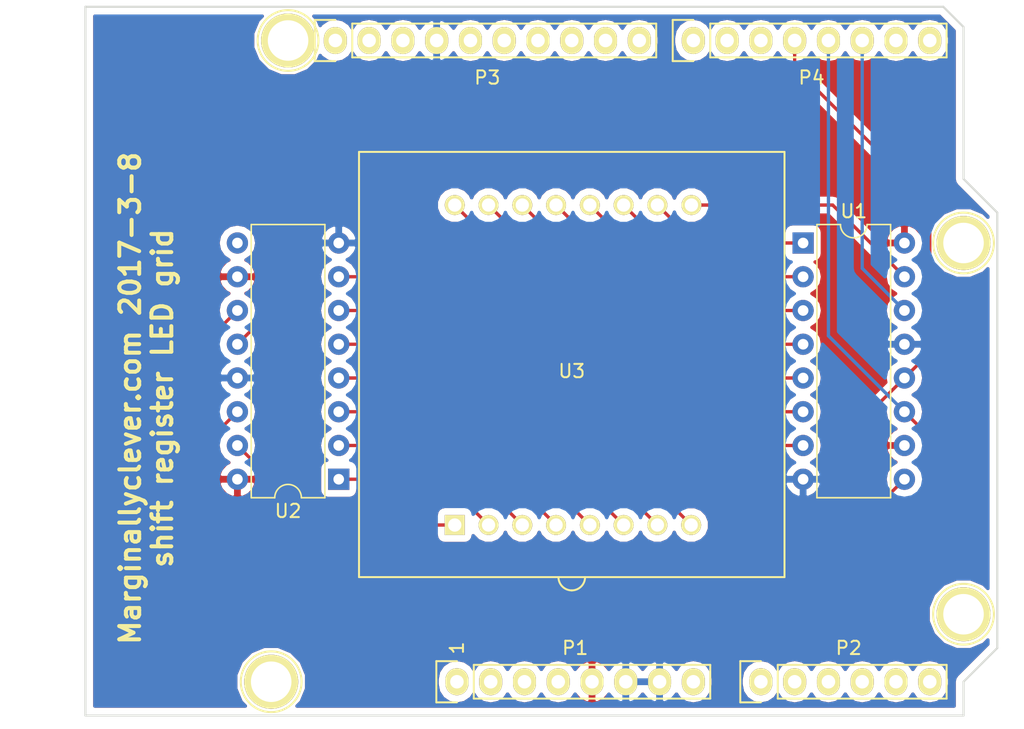
<source format=kicad_pcb>
(kicad_pcb (version 4) (host pcbnew 4.0.2-stable)

  (general
    (links 32)
    (no_connects 1)
    (area 110.922999 72.949999 179.653001 126.440001)
    (thickness 1.6)
    (drawings 28)
    (tracks 61)
    (zones 0)
    (modules 11)
    (nets 53)
  )

  (page A4)
  (title_block
    (date "lun. 30 mars 2015")
  )

  (layers
    (0 F.Cu signal)
    (31 B.Cu signal)
    (32 B.Adhes user)
    (33 F.Adhes user)
    (34 B.Paste user)
    (35 F.Paste user)
    (36 B.SilkS user)
    (37 F.SilkS user)
    (38 B.Mask user)
    (39 F.Mask user)
    (40 Dwgs.User user)
    (41 Cmts.User user)
    (42 Eco1.User user)
    (43 Eco2.User user)
    (44 Edge.Cuts user)
    (45 Margin user)
    (46 B.CrtYd user)
    (47 F.CrtYd user)
    (48 B.Fab user)
    (49 F.Fab user)
  )

  (setup
    (last_trace_width 0.25)
    (trace_clearance 0.2)
    (zone_clearance 0.508)
    (zone_45_only no)
    (trace_min 0.2)
    (segment_width 0.15)
    (edge_width 0.15)
    (via_size 0.6)
    (via_drill 0.4)
    (via_min_size 0.4)
    (via_min_drill 0.3)
    (uvia_size 0.3)
    (uvia_drill 0.1)
    (uvias_allowed no)
    (uvia_min_size 0.2)
    (uvia_min_drill 0.1)
    (pcb_text_width 0.3)
    (pcb_text_size 1.5 1.5)
    (mod_edge_width 0.15)
    (mod_text_size 1 1)
    (mod_text_width 0.15)
    (pad_size 4.064 4.064)
    (pad_drill 3.048)
    (pad_to_mask_clearance 0)
    (aux_axis_origin 110.998 126.365)
    (grid_origin 110.998 126.365)
    (visible_elements 7FFFFFFF)
    (pcbplotparams
      (layerselection 0x00030_80000001)
      (usegerberextensions false)
      (excludeedgelayer true)
      (linewidth 0.100000)
      (plotframeref false)
      (viasonmask false)
      (mode 1)
      (useauxorigin false)
      (hpglpennumber 1)
      (hpglpenspeed 20)
      (hpglpendiameter 15)
      (hpglpenoverlay 2)
      (psnegative false)
      (psa4output false)
      (plotreference true)
      (plotvalue true)
      (plotinvisibletext false)
      (padsonsilk false)
      (subtractmaskfromsilk false)
      (outputformat 1)
      (mirror false)
      (drillshape 1)
      (scaleselection 1)
      (outputdirectory ""))
  )

  (net 0 "")
  (net 1 /IOREF)
  (net 2 /Reset)
  (net 3 +5V)
  (net 4 GND)
  (net 5 /Vin)
  (net 6 /A0)
  (net 7 /A1)
  (net 8 /A2)
  (net 9 /A3)
  (net 10 /AREF)
  (net 11 "/A4(SDA)")
  (net 12 "/A5(SCL)")
  (net 13 "/9(**)")
  (net 14 /8)
  (net 15 /7)
  (net 16 "/6(**)")
  (net 17 "/5(**)")
  (net 18 /4)
  (net 19 "/3(**)")
  (net 20 /2)
  (net 21 "/1(Tx)")
  (net 22 "/0(Rx)")
  (net 23 "Net-(P5-Pad1)")
  (net 24 "Net-(P6-Pad1)")
  (net 25 "Net-(P7-Pad1)")
  (net 26 "Net-(P8-Pad1)")
  (net 27 "/13(SCK)")
  (net 28 "/10(**/SS)")
  (net 29 "Net-(P1-Pad1)")
  (net 30 +3V3)
  (net 31 "/12(MISO)")
  (net 32 "/11(**/MOSI)")
  (net 33 "/A5(SCL)2")
  (net 34 "/A4(SDA)2")
  (net 35 "Net-(U1-Pad1)")
  (net 36 "Net-(U1-Pad9)")
  (net 37 "Net-(U1-Pad2)")
  (net 38 "Net-(U1-Pad3)")
  (net 39 "Net-(U1-Pad4)")
  (net 40 "Net-(U1-Pad5)")
  (net 41 "Net-(U1-Pad6)")
  (net 42 "Net-(U1-Pad7)")
  (net 43 "Net-(U1-Pad15)")
  (net 44 "Net-(U2-Pad1)")
  (net 45 "Net-(U2-Pad9)")
  (net 46 "Net-(U2-Pad2)")
  (net 47 "Net-(U2-Pad3)")
  (net 48 "Net-(U2-Pad4)")
  (net 49 "Net-(U2-Pad5)")
  (net 50 "Net-(U2-Pad6)")
  (net 51 "Net-(U2-Pad7)")
  (net 52 "Net-(U2-Pad15)")

  (net_class Default "This is the default net class."
    (clearance 0.2)
    (trace_width 0.25)
    (via_dia 0.6)
    (via_drill 0.4)
    (uvia_dia 0.3)
    (uvia_drill 0.1)
    (add_net +3V3)
    (add_net +5V)
    (add_net "/0(Rx)")
    (add_net "/1(Tx)")
    (add_net "/10(**/SS)")
    (add_net "/11(**/MOSI)")
    (add_net "/12(MISO)")
    (add_net "/13(SCK)")
    (add_net /2)
    (add_net "/3(**)")
    (add_net /4)
    (add_net "/5(**)")
    (add_net "/6(**)")
    (add_net /7)
    (add_net /8)
    (add_net "/9(**)")
    (add_net /A0)
    (add_net /A1)
    (add_net /A2)
    (add_net /A3)
    (add_net "/A4(SDA)")
    (add_net "/A4(SDA)2")
    (add_net "/A5(SCL)")
    (add_net "/A5(SCL)2")
    (add_net /AREF)
    (add_net /IOREF)
    (add_net /Reset)
    (add_net /Vin)
    (add_net GND)
    (add_net "Net-(P1-Pad1)")
    (add_net "Net-(P5-Pad1)")
    (add_net "Net-(P6-Pad1)")
    (add_net "Net-(P7-Pad1)")
    (add_net "Net-(P8-Pad1)")
    (add_net "Net-(U1-Pad1)")
    (add_net "Net-(U1-Pad15)")
    (add_net "Net-(U1-Pad2)")
    (add_net "Net-(U1-Pad3)")
    (add_net "Net-(U1-Pad4)")
    (add_net "Net-(U1-Pad5)")
    (add_net "Net-(U1-Pad6)")
    (add_net "Net-(U1-Pad7)")
    (add_net "Net-(U1-Pad9)")
    (add_net "Net-(U2-Pad1)")
    (add_net "Net-(U2-Pad15)")
    (add_net "Net-(U2-Pad2)")
    (add_net "Net-(U2-Pad3)")
    (add_net "Net-(U2-Pad4)")
    (add_net "Net-(U2-Pad5)")
    (add_net "Net-(U2-Pad6)")
    (add_net "Net-(U2-Pad7)")
    (add_net "Net-(U2-Pad9)")
  )

  (module Socket_Arduino_Uno:Socket_Strip_Arduino_1x08 locked (layer F.Cu) (tedit 552168D2) (tstamp 551AF9EA)
    (at 138.938 123.825)
    (descr "Through hole socket strip")
    (tags "socket strip")
    (path /5517C2C1)
    (fp_text reference P1 (at 8.89 -2.54) (layer F.SilkS)
      (effects (font (size 1 1) (thickness 0.15)))
    )
    (fp_text value Power (at 8.89 -4.064) (layer F.Fab)
      (effects (font (size 1 1) (thickness 0.15)))
    )
    (fp_line (start -1.75 -1.75) (end -1.75 1.75) (layer F.CrtYd) (width 0.05))
    (fp_line (start 19.55 -1.75) (end 19.55 1.75) (layer F.CrtYd) (width 0.05))
    (fp_line (start -1.75 -1.75) (end 19.55 -1.75) (layer F.CrtYd) (width 0.05))
    (fp_line (start -1.75 1.75) (end 19.55 1.75) (layer F.CrtYd) (width 0.05))
    (fp_line (start 1.27 1.27) (end 19.05 1.27) (layer F.SilkS) (width 0.15))
    (fp_line (start 19.05 1.27) (end 19.05 -1.27) (layer F.SilkS) (width 0.15))
    (fp_line (start 19.05 -1.27) (end 1.27 -1.27) (layer F.SilkS) (width 0.15))
    (fp_line (start -1.55 1.55) (end 0 1.55) (layer F.SilkS) (width 0.15))
    (fp_line (start 1.27 1.27) (end 1.27 -1.27) (layer F.SilkS) (width 0.15))
    (fp_line (start 0 -1.55) (end -1.55 -1.55) (layer F.SilkS) (width 0.15))
    (fp_line (start -1.55 -1.55) (end -1.55 1.55) (layer F.SilkS) (width 0.15))
    (pad 1 thru_hole oval (at 0 0) (size 1.7272 2.032) (drill 1.016) (layers *.Cu *.Mask F.SilkS)
      (net 29 "Net-(P1-Pad1)"))
    (pad 2 thru_hole oval (at 2.54 0) (size 1.7272 2.032) (drill 1.016) (layers *.Cu *.Mask F.SilkS)
      (net 1 /IOREF))
    (pad 3 thru_hole oval (at 5.08 0) (size 1.7272 2.032) (drill 1.016) (layers *.Cu *.Mask F.SilkS)
      (net 2 /Reset))
    (pad 4 thru_hole oval (at 7.62 0) (size 1.7272 2.032) (drill 1.016) (layers *.Cu *.Mask F.SilkS)
      (net 30 +3V3))
    (pad 5 thru_hole oval (at 10.16 0) (size 1.7272 2.032) (drill 1.016) (layers *.Cu *.Mask F.SilkS)
      (net 3 +5V))
    (pad 6 thru_hole oval (at 12.7 0) (size 1.7272 2.032) (drill 1.016) (layers *.Cu *.Mask F.SilkS)
      (net 4 GND))
    (pad 7 thru_hole oval (at 15.24 0) (size 1.7272 2.032) (drill 1.016) (layers *.Cu *.Mask F.SilkS)
      (net 4 GND))
    (pad 8 thru_hole oval (at 17.78 0) (size 1.7272 2.032) (drill 1.016) (layers *.Cu *.Mask F.SilkS)
      (net 5 /Vin))
    (model ${KIPRJMOD}/Socket_Arduino_Uno.3dshapes/Socket_header_Arduino_1x08.wrl
      (at (xyz 0.35 0 0))
      (scale (xyz 1 1 1))
      (rotate (xyz 0 0 180))
    )
  )

  (module Socket_Arduino_Uno:Socket_Strip_Arduino_1x06 locked (layer F.Cu) (tedit 552168D6) (tstamp 551AF9FF)
    (at 161.798 123.825)
    (descr "Through hole socket strip")
    (tags "socket strip")
    (path /5517C323)
    (fp_text reference P2 (at 6.604 -2.54) (layer F.SilkS)
      (effects (font (size 1 1) (thickness 0.15)))
    )
    (fp_text value Analog (at 6.604 -4.064) (layer F.Fab)
      (effects (font (size 1 1) (thickness 0.15)))
    )
    (fp_line (start -1.75 -1.75) (end -1.75 1.75) (layer F.CrtYd) (width 0.05))
    (fp_line (start 14.45 -1.75) (end 14.45 1.75) (layer F.CrtYd) (width 0.05))
    (fp_line (start -1.75 -1.75) (end 14.45 -1.75) (layer F.CrtYd) (width 0.05))
    (fp_line (start -1.75 1.75) (end 14.45 1.75) (layer F.CrtYd) (width 0.05))
    (fp_line (start 1.27 1.27) (end 13.97 1.27) (layer F.SilkS) (width 0.15))
    (fp_line (start 13.97 1.27) (end 13.97 -1.27) (layer F.SilkS) (width 0.15))
    (fp_line (start 13.97 -1.27) (end 1.27 -1.27) (layer F.SilkS) (width 0.15))
    (fp_line (start -1.55 1.55) (end 0 1.55) (layer F.SilkS) (width 0.15))
    (fp_line (start 1.27 1.27) (end 1.27 -1.27) (layer F.SilkS) (width 0.15))
    (fp_line (start 0 -1.55) (end -1.55 -1.55) (layer F.SilkS) (width 0.15))
    (fp_line (start -1.55 -1.55) (end -1.55 1.55) (layer F.SilkS) (width 0.15))
    (pad 1 thru_hole oval (at 0 0) (size 1.7272 2.032) (drill 1.016) (layers *.Cu *.Mask F.SilkS)
      (net 6 /A0))
    (pad 2 thru_hole oval (at 2.54 0) (size 1.7272 2.032) (drill 1.016) (layers *.Cu *.Mask F.SilkS)
      (net 7 /A1))
    (pad 3 thru_hole oval (at 5.08 0) (size 1.7272 2.032) (drill 1.016) (layers *.Cu *.Mask F.SilkS)
      (net 8 /A2))
    (pad 4 thru_hole oval (at 7.62 0) (size 1.7272 2.032) (drill 1.016) (layers *.Cu *.Mask F.SilkS)
      (net 9 /A3))
    (pad 5 thru_hole oval (at 10.16 0) (size 1.7272 2.032) (drill 1.016) (layers *.Cu *.Mask F.SilkS)
      (net 11 "/A4(SDA)"))
    (pad 6 thru_hole oval (at 12.7 0) (size 1.7272 2.032) (drill 1.016) (layers *.Cu *.Mask F.SilkS)
      (net 12 "/A5(SCL)"))
    (model ${KIPRJMOD}/Socket_Arduino_Uno.3dshapes/Socket_header_Arduino_1x06.wrl
      (at (xyz 0.25 0 0))
      (scale (xyz 1 1 1))
      (rotate (xyz 0 0 180))
    )
  )

  (module Socket_Arduino_Uno:Socket_Strip_Arduino_1x10 locked (layer F.Cu) (tedit 552168BF) (tstamp 551AFA18)
    (at 129.794 75.565)
    (descr "Through hole socket strip")
    (tags "socket strip")
    (path /5517C46C)
    (fp_text reference P3 (at 11.43 2.794) (layer F.SilkS)
      (effects (font (size 1 1) (thickness 0.15)))
    )
    (fp_text value Digital (at 11.43 4.318) (layer F.Fab)
      (effects (font (size 1 1) (thickness 0.15)))
    )
    (fp_line (start -1.75 -1.75) (end -1.75 1.75) (layer F.CrtYd) (width 0.05))
    (fp_line (start 24.65 -1.75) (end 24.65 1.75) (layer F.CrtYd) (width 0.05))
    (fp_line (start -1.75 -1.75) (end 24.65 -1.75) (layer F.CrtYd) (width 0.05))
    (fp_line (start -1.75 1.75) (end 24.65 1.75) (layer F.CrtYd) (width 0.05))
    (fp_line (start 1.27 1.27) (end 24.13 1.27) (layer F.SilkS) (width 0.15))
    (fp_line (start 24.13 1.27) (end 24.13 -1.27) (layer F.SilkS) (width 0.15))
    (fp_line (start 24.13 -1.27) (end 1.27 -1.27) (layer F.SilkS) (width 0.15))
    (fp_line (start -1.55 1.55) (end 0 1.55) (layer F.SilkS) (width 0.15))
    (fp_line (start 1.27 1.27) (end 1.27 -1.27) (layer F.SilkS) (width 0.15))
    (fp_line (start 0 -1.55) (end -1.55 -1.55) (layer F.SilkS) (width 0.15))
    (fp_line (start -1.55 -1.55) (end -1.55 1.55) (layer F.SilkS) (width 0.15))
    (pad 1 thru_hole oval (at 0 0) (size 1.7272 2.032) (drill 1.016) (layers *.Cu *.Mask F.SilkS)
      (net 33 "/A5(SCL)2"))
    (pad 2 thru_hole oval (at 2.54 0) (size 1.7272 2.032) (drill 1.016) (layers *.Cu *.Mask F.SilkS)
      (net 34 "/A4(SDA)2"))
    (pad 3 thru_hole oval (at 5.08 0) (size 1.7272 2.032) (drill 1.016) (layers *.Cu *.Mask F.SilkS)
      (net 10 /AREF))
    (pad 4 thru_hole oval (at 7.62 0) (size 1.7272 2.032) (drill 1.016) (layers *.Cu *.Mask F.SilkS)
      (net 4 GND))
    (pad 5 thru_hole oval (at 10.16 0) (size 1.7272 2.032) (drill 1.016) (layers *.Cu *.Mask F.SilkS)
      (net 27 "/13(SCK)"))
    (pad 6 thru_hole oval (at 12.7 0) (size 1.7272 2.032) (drill 1.016) (layers *.Cu *.Mask F.SilkS)
      (net 31 "/12(MISO)"))
    (pad 7 thru_hole oval (at 15.24 0) (size 1.7272 2.032) (drill 1.016) (layers *.Cu *.Mask F.SilkS)
      (net 32 "/11(**/MOSI)"))
    (pad 8 thru_hole oval (at 17.78 0) (size 1.7272 2.032) (drill 1.016) (layers *.Cu *.Mask F.SilkS)
      (net 28 "/10(**/SS)"))
    (pad 9 thru_hole oval (at 20.32 0) (size 1.7272 2.032) (drill 1.016) (layers *.Cu *.Mask F.SilkS)
      (net 13 "/9(**)"))
    (pad 10 thru_hole oval (at 22.86 0) (size 1.7272 2.032) (drill 1.016) (layers *.Cu *.Mask F.SilkS)
      (net 14 /8))
    (model ${KIPRJMOD}/Socket_Arduino_Uno.3dshapes/Socket_header_Arduino_1x10.wrl
      (at (xyz 0.45 0 0))
      (scale (xyz 1 1 1))
      (rotate (xyz 0 0 180))
    )
  )

  (module Socket_Arduino_Uno:Socket_Strip_Arduino_1x08 locked (layer F.Cu) (tedit 552168C7) (tstamp 551AFA2F)
    (at 156.718 75.565)
    (descr "Through hole socket strip")
    (tags "socket strip")
    (path /5517C366)
    (fp_text reference P4 (at 8.89 2.794) (layer F.SilkS)
      (effects (font (size 1 1) (thickness 0.15)))
    )
    (fp_text value Digital (at 8.89 4.318) (layer F.Fab)
      (effects (font (size 1 1) (thickness 0.15)))
    )
    (fp_line (start -1.75 -1.75) (end -1.75 1.75) (layer F.CrtYd) (width 0.05))
    (fp_line (start 19.55 -1.75) (end 19.55 1.75) (layer F.CrtYd) (width 0.05))
    (fp_line (start -1.75 -1.75) (end 19.55 -1.75) (layer F.CrtYd) (width 0.05))
    (fp_line (start -1.75 1.75) (end 19.55 1.75) (layer F.CrtYd) (width 0.05))
    (fp_line (start 1.27 1.27) (end 19.05 1.27) (layer F.SilkS) (width 0.15))
    (fp_line (start 19.05 1.27) (end 19.05 -1.27) (layer F.SilkS) (width 0.15))
    (fp_line (start 19.05 -1.27) (end 1.27 -1.27) (layer F.SilkS) (width 0.15))
    (fp_line (start -1.55 1.55) (end 0 1.55) (layer F.SilkS) (width 0.15))
    (fp_line (start 1.27 1.27) (end 1.27 -1.27) (layer F.SilkS) (width 0.15))
    (fp_line (start 0 -1.55) (end -1.55 -1.55) (layer F.SilkS) (width 0.15))
    (fp_line (start -1.55 -1.55) (end -1.55 1.55) (layer F.SilkS) (width 0.15))
    (pad 1 thru_hole oval (at 0 0) (size 1.7272 2.032) (drill 1.016) (layers *.Cu *.Mask F.SilkS)
      (net 15 /7))
    (pad 2 thru_hole oval (at 2.54 0) (size 1.7272 2.032) (drill 1.016) (layers *.Cu *.Mask F.SilkS)
      (net 16 "/6(**)"))
    (pad 3 thru_hole oval (at 5.08 0) (size 1.7272 2.032) (drill 1.016) (layers *.Cu *.Mask F.SilkS)
      (net 17 "/5(**)"))
    (pad 4 thru_hole oval (at 7.62 0) (size 1.7272 2.032) (drill 1.016) (layers *.Cu *.Mask F.SilkS)
      (net 18 /4))
    (pad 5 thru_hole oval (at 10.16 0) (size 1.7272 2.032) (drill 1.016) (layers *.Cu *.Mask F.SilkS)
      (net 19 "/3(**)"))
    (pad 6 thru_hole oval (at 12.7 0) (size 1.7272 2.032) (drill 1.016) (layers *.Cu *.Mask F.SilkS)
      (net 20 /2))
    (pad 7 thru_hole oval (at 15.24 0) (size 1.7272 2.032) (drill 1.016) (layers *.Cu *.Mask F.SilkS)
      (net 21 "/1(Tx)"))
    (pad 8 thru_hole oval (at 17.78 0) (size 1.7272 2.032) (drill 1.016) (layers *.Cu *.Mask F.SilkS)
      (net 22 "/0(Rx)"))
    (model ${KIPRJMOD}/Socket_Arduino_Uno.3dshapes/Socket_header_Arduino_1x08.wrl
      (at (xyz 0.35 0 0))
      (scale (xyz 1 1 1))
      (rotate (xyz 0 0 180))
    )
  )

  (module Socket_Arduino_Uno:Arduino_1pin locked (layer F.Cu) (tedit 5524FC39) (tstamp 5524FC3F)
    (at 124.968 123.825)
    (descr "module 1 pin (ou trou mecanique de percage)")
    (tags DEV)
    (path /551BBC06)
    (fp_text reference P5 (at 0 -3.048) (layer F.SilkS) hide
      (effects (font (size 1 1) (thickness 0.15)))
    )
    (fp_text value CONN_1 (at 0 2.794) (layer F.Fab) hide
      (effects (font (size 1 1) (thickness 0.15)))
    )
    (fp_circle (center 0 0) (end 0 -2.286) (layer F.SilkS) (width 0.15))
    (pad 1 thru_hole circle (at 0 0) (size 4.064 4.064) (drill 3.048) (layers *.Cu *.Mask F.SilkS)
      (net 23 "Net-(P5-Pad1)"))
  )

  (module Socket_Arduino_Uno:Arduino_1pin locked (layer F.Cu) (tedit 5524FC4A) (tstamp 5524FC44)
    (at 177.038 118.745)
    (descr "module 1 pin (ou trou mecanique de percage)")
    (tags DEV)
    (path /551BBD10)
    (fp_text reference P6 (at 0 -3.048) (layer F.SilkS) hide
      (effects (font (size 1 1) (thickness 0.15)))
    )
    (fp_text value CONN_1 (at 0 2.794) (layer F.Fab) hide
      (effects (font (size 1 1) (thickness 0.15)))
    )
    (fp_circle (center 0 0) (end 0 -2.286) (layer F.SilkS) (width 0.15))
    (pad 1 thru_hole circle (at 0 0) (size 4.064 4.064) (drill 3.048) (layers *.Cu *.Mask F.SilkS)
      (net 24 "Net-(P6-Pad1)"))
  )

  (module Socket_Arduino_Uno:Arduino_1pin locked (layer F.Cu) (tedit 5524FC2F) (tstamp 5524FC49)
    (at 126.238 75.565)
    (descr "module 1 pin (ou trou mecanique de percage)")
    (tags DEV)
    (path /551BBD30)
    (fp_text reference P7 (at 0 -3.048) (layer F.SilkS) hide
      (effects (font (size 1 1) (thickness 0.15)))
    )
    (fp_text value CONN_1 (at 0 2.794) (layer F.Fab) hide
      (effects (font (size 1 1) (thickness 0.15)))
    )
    (fp_circle (center 0 0) (end 0 -2.286) (layer F.SilkS) (width 0.15))
    (pad 1 thru_hole circle (at 0 0) (size 4.064 4.064) (drill 3.048) (layers *.Cu *.Mask F.SilkS)
      (net 25 "Net-(P7-Pad1)"))
  )

  (module Socket_Arduino_Uno:Arduino_1pin locked (layer F.Cu) (tedit 5524FC41) (tstamp 5524FC4E)
    (at 177.038 90.805)
    (descr "module 1 pin (ou trou mecanique de percage)")
    (tags DEV)
    (path /551BBD52)
    (fp_text reference P8 (at 0 -3.048) (layer F.SilkS) hide
      (effects (font (size 1 1) (thickness 0.15)))
    )
    (fp_text value CONN_1 (at 0 2.794) (layer F.Fab) hide
      (effects (font (size 1 1) (thickness 0.15)))
    )
    (fp_circle (center 0 0) (end 0 -2.286) (layer F.SilkS) (width 0.15))
    (pad 1 thru_hole circle (at 0 0) (size 4.064 4.064) (drill 3.048) (layers *.Cu *.Mask F.SilkS)
      (net 26 "Net-(P8-Pad1)"))
  )

  (module Housings_DIP:DIP-16_W7.62mm (layer F.Cu) (tedit 586281B4) (tstamp 58B493DD)
    (at 164.973 90.805)
    (descr "16-lead dip package, row spacing 7.62 mm (300 mils)")
    (tags "DIL DIP PDIP 2.54mm 7.62mm 300mil")
    (path /58B491AF)
    (fp_text reference U1 (at 3.81 -2.39) (layer F.SilkS)
      (effects (font (size 1 1) (thickness 0.15)))
    )
    (fp_text value 74HC595 (at 3.81 20.17) (layer F.Fab)
      (effects (font (size 1 1) (thickness 0.15)))
    )
    (fp_arc (start 3.81 -1.39) (end 2.81 -1.39) (angle -180) (layer F.SilkS) (width 0.12))
    (fp_line (start 1.635 -1.27) (end 6.985 -1.27) (layer F.Fab) (width 0.1))
    (fp_line (start 6.985 -1.27) (end 6.985 19.05) (layer F.Fab) (width 0.1))
    (fp_line (start 6.985 19.05) (end 0.635 19.05) (layer F.Fab) (width 0.1))
    (fp_line (start 0.635 19.05) (end 0.635 -0.27) (layer F.Fab) (width 0.1))
    (fp_line (start 0.635 -0.27) (end 1.635 -1.27) (layer F.Fab) (width 0.1))
    (fp_line (start 2.81 -1.39) (end 1.04 -1.39) (layer F.SilkS) (width 0.12))
    (fp_line (start 1.04 -1.39) (end 1.04 19.17) (layer F.SilkS) (width 0.12))
    (fp_line (start 1.04 19.17) (end 6.58 19.17) (layer F.SilkS) (width 0.12))
    (fp_line (start 6.58 19.17) (end 6.58 -1.39) (layer F.SilkS) (width 0.12))
    (fp_line (start 6.58 -1.39) (end 4.81 -1.39) (layer F.SilkS) (width 0.12))
    (fp_line (start -1.1 -1.6) (end -1.1 19.3) (layer F.CrtYd) (width 0.05))
    (fp_line (start -1.1 19.3) (end 8.7 19.3) (layer F.CrtYd) (width 0.05))
    (fp_line (start 8.7 19.3) (end 8.7 -1.6) (layer F.CrtYd) (width 0.05))
    (fp_line (start 8.7 -1.6) (end -1.1 -1.6) (layer F.CrtYd) (width 0.05))
    (pad 1 thru_hole rect (at 0 0) (size 1.6 1.6) (drill 0.8) (layers *.Cu *.Mask)
      (net 35 "Net-(U1-Pad1)"))
    (pad 9 thru_hole oval (at 7.62 17.78) (size 1.6 1.6) (drill 0.8) (layers *.Cu *.Mask)
      (net 36 "Net-(U1-Pad9)"))
    (pad 2 thru_hole oval (at 0 2.54) (size 1.6 1.6) (drill 0.8) (layers *.Cu *.Mask)
      (net 37 "Net-(U1-Pad2)"))
    (pad 10 thru_hole oval (at 7.62 15.24) (size 1.6 1.6) (drill 0.8) (layers *.Cu *.Mask)
      (net 3 +5V))
    (pad 3 thru_hole oval (at 0 5.08) (size 1.6 1.6) (drill 0.8) (layers *.Cu *.Mask)
      (net 38 "Net-(U1-Pad3)"))
    (pad 11 thru_hole oval (at 7.62 12.7) (size 1.6 1.6) (drill 0.8) (layers *.Cu *.Mask)
      (net 19 "/3(**)"))
    (pad 4 thru_hole oval (at 0 7.62) (size 1.6 1.6) (drill 0.8) (layers *.Cu *.Mask)
      (net 39 "Net-(U1-Pad4)"))
    (pad 12 thru_hole oval (at 7.62 10.16) (size 1.6 1.6) (drill 0.8) (layers *.Cu *.Mask)
      (net 18 /4))
    (pad 5 thru_hole oval (at 0 10.16) (size 1.6 1.6) (drill 0.8) (layers *.Cu *.Mask)
      (net 40 "Net-(U1-Pad5)"))
    (pad 13 thru_hole oval (at 7.62 7.62) (size 1.6 1.6) (drill 0.8) (layers *.Cu *.Mask)
      (net 4 GND))
    (pad 6 thru_hole oval (at 0 12.7) (size 1.6 1.6) (drill 0.8) (layers *.Cu *.Mask)
      (net 41 "Net-(U1-Pad6)"))
    (pad 14 thru_hole oval (at 7.62 5.08) (size 1.6 1.6) (drill 0.8) (layers *.Cu *.Mask)
      (net 20 /2))
    (pad 7 thru_hole oval (at 0 15.24) (size 1.6 1.6) (drill 0.8) (layers *.Cu *.Mask)
      (net 42 "Net-(U1-Pad7)"))
    (pad 15 thru_hole oval (at 7.62 2.54) (size 1.6 1.6) (drill 0.8) (layers *.Cu *.Mask)
      (net 43 "Net-(U1-Pad15)"))
    (pad 8 thru_hole oval (at 0 17.78) (size 1.6 1.6) (drill 0.8) (layers *.Cu *.Mask)
      (net 4 GND))
    (pad 16 thru_hole oval (at 7.62 0) (size 1.6 1.6) (drill 0.8) (layers *.Cu *.Mask)
      (net 3 +5V))
    (model Housings_DIP.3dshapes/DIP-16_W7.62mm.wrl
      (at (xyz 0 0 0))
      (scale (xyz 1 1 1))
      (rotate (xyz 0 0 0))
    )
  )

  (module Housings_DIP:DIP-16_W7.62mm (layer F.Cu) (tedit 586281B4) (tstamp 58B493F1)
    (at 130.048 108.585 180)
    (descr "16-lead dip package, row spacing 7.62 mm (300 mils)")
    (tags "DIL DIP PDIP 2.54mm 7.62mm 300mil")
    (path /58B49248)
    (fp_text reference U2 (at 3.81 -2.39 180) (layer F.SilkS)
      (effects (font (size 1 1) (thickness 0.15)))
    )
    (fp_text value 74HC595 (at 3.81 20.17 180) (layer F.Fab)
      (effects (font (size 1 1) (thickness 0.15)))
    )
    (fp_arc (start 3.81 -1.39) (end 2.81 -1.39) (angle -180) (layer F.SilkS) (width 0.12))
    (fp_line (start 1.635 -1.27) (end 6.985 -1.27) (layer F.Fab) (width 0.1))
    (fp_line (start 6.985 -1.27) (end 6.985 19.05) (layer F.Fab) (width 0.1))
    (fp_line (start 6.985 19.05) (end 0.635 19.05) (layer F.Fab) (width 0.1))
    (fp_line (start 0.635 19.05) (end 0.635 -0.27) (layer F.Fab) (width 0.1))
    (fp_line (start 0.635 -0.27) (end 1.635 -1.27) (layer F.Fab) (width 0.1))
    (fp_line (start 2.81 -1.39) (end 1.04 -1.39) (layer F.SilkS) (width 0.12))
    (fp_line (start 1.04 -1.39) (end 1.04 19.17) (layer F.SilkS) (width 0.12))
    (fp_line (start 1.04 19.17) (end 6.58 19.17) (layer F.SilkS) (width 0.12))
    (fp_line (start 6.58 19.17) (end 6.58 -1.39) (layer F.SilkS) (width 0.12))
    (fp_line (start 6.58 -1.39) (end 4.81 -1.39) (layer F.SilkS) (width 0.12))
    (fp_line (start -1.1 -1.6) (end -1.1 19.3) (layer F.CrtYd) (width 0.05))
    (fp_line (start -1.1 19.3) (end 8.7 19.3) (layer F.CrtYd) (width 0.05))
    (fp_line (start 8.7 19.3) (end 8.7 -1.6) (layer F.CrtYd) (width 0.05))
    (fp_line (start 8.7 -1.6) (end -1.1 -1.6) (layer F.CrtYd) (width 0.05))
    (pad 1 thru_hole rect (at 0 0 180) (size 1.6 1.6) (drill 0.8) (layers *.Cu *.Mask)
      (net 44 "Net-(U2-Pad1)"))
    (pad 9 thru_hole oval (at 7.62 17.78 180) (size 1.6 1.6) (drill 0.8) (layers *.Cu *.Mask)
      (net 45 "Net-(U2-Pad9)"))
    (pad 2 thru_hole oval (at 0 2.54 180) (size 1.6 1.6) (drill 0.8) (layers *.Cu *.Mask)
      (net 46 "Net-(U2-Pad2)"))
    (pad 10 thru_hole oval (at 7.62 15.24 180) (size 1.6 1.6) (drill 0.8) (layers *.Cu *.Mask)
      (net 3 +5V))
    (pad 3 thru_hole oval (at 0 5.08 180) (size 1.6 1.6) (drill 0.8) (layers *.Cu *.Mask)
      (net 47 "Net-(U2-Pad3)"))
    (pad 11 thru_hole oval (at 7.62 12.7 180) (size 1.6 1.6) (drill 0.8) (layers *.Cu *.Mask)
      (net 19 "/3(**)"))
    (pad 4 thru_hole oval (at 0 7.62 180) (size 1.6 1.6) (drill 0.8) (layers *.Cu *.Mask)
      (net 48 "Net-(U2-Pad4)"))
    (pad 12 thru_hole oval (at 7.62 10.16 180) (size 1.6 1.6) (drill 0.8) (layers *.Cu *.Mask)
      (net 18 /4))
    (pad 5 thru_hole oval (at 0 10.16 180) (size 1.6 1.6) (drill 0.8) (layers *.Cu *.Mask)
      (net 49 "Net-(U2-Pad5)"))
    (pad 13 thru_hole oval (at 7.62 7.62 180) (size 1.6 1.6) (drill 0.8) (layers *.Cu *.Mask)
      (net 4 GND))
    (pad 6 thru_hole oval (at 0 12.7 180) (size 1.6 1.6) (drill 0.8) (layers *.Cu *.Mask)
      (net 50 "Net-(U2-Pad6)"))
    (pad 14 thru_hole oval (at 7.62 5.08 180) (size 1.6 1.6) (drill 0.8) (layers *.Cu *.Mask)
      (net 36 "Net-(U1-Pad9)"))
    (pad 7 thru_hole oval (at 0 15.24 180) (size 1.6 1.6) (drill 0.8) (layers *.Cu *.Mask)
      (net 51 "Net-(U2-Pad7)"))
    (pad 15 thru_hole oval (at 7.62 2.54 180) (size 1.6 1.6) (drill 0.8) (layers *.Cu *.Mask)
      (net 52 "Net-(U2-Pad15)"))
    (pad 8 thru_hole oval (at 0 17.78 180) (size 1.6 1.6) (drill 0.8) (layers *.Cu *.Mask)
      (net 4 GND))
    (pad 16 thru_hole oval (at 7.62 0 180) (size 1.6 1.6) (drill 0.8) (layers *.Cu *.Mask)
      (net 3 +5V))
    (model Housings_DIP.3dshapes/DIP-16_W7.62mm.wrl
      (at (xyz 0 0 0))
      (scale (xyz 1 1 1))
      (rotate (xyz 0 0 0))
    )
  )

  (module 1088BS:1088BS (layer F.Cu) (tedit 58B491C3) (tstamp 58B4940B)
    (at 147.574 99.949)
    (path /58B490A0)
    (fp_text reference U3 (at 0 0.5) (layer F.SilkS)
      (effects (font (size 1 1) (thickness 0.15)))
    )
    (fp_text value 1088BS (at 0 -0.5) (layer F.Fab)
      (effects (font (size 1 1) (thickness 0.15)))
    )
    (fp_arc (start 0 16) (end 0 17) (angle 90) (layer F.SilkS) (width 0.15))
    (fp_arc (start 0 16) (end 1 16) (angle 90) (layer F.SilkS) (width 0.15))
    (fp_line (start 16 -16) (end 16 16) (layer F.SilkS) (width 0.15))
    (fp_line (start 16 16) (end -16 16) (layer F.SilkS) (width 0.15))
    (fp_line (start -16 16) (end -16 -16) (layer F.SilkS) (width 0.15))
    (fp_line (start -16 -16) (end 16 -16) (layer F.SilkS) (width 0.15))
    (pad 1 thru_hole rect (at -8.8 12.08) (size 1.5 1.5) (drill 1) (layers *.Cu *.Mask F.SilkS)
      (net 52 "Net-(U2-Pad15)"))
    (pad 2 thru_hole circle (at -6.26 12.08) (size 1.5 1.5) (drill 1) (layers *.Cu *.Mask F.SilkS)
      (net 44 "Net-(U2-Pad1)"))
    (pad 3 thru_hole circle (at -3.72 12.08) (size 1.5 1.5) (drill 1) (layers *.Cu *.Mask F.SilkS)
      (net 46 "Net-(U2-Pad2)"))
    (pad 4 thru_hole circle (at -1.18 12.08) (size 1.5 1.5) (drill 1) (layers *.Cu *.Mask F.SilkS)
      (net 47 "Net-(U2-Pad3)"))
    (pad 5 thru_hole circle (at 1.36 12.08) (size 1.5 1.5) (drill 1) (layers *.Cu *.Mask F.SilkS)
      (net 48 "Net-(U2-Pad4)"))
    (pad 6 thru_hole circle (at 3.9 12.08) (size 1.5 1.5) (drill 1) (layers *.Cu *.Mask F.SilkS)
      (net 49 "Net-(U2-Pad5)"))
    (pad 7 thru_hole circle (at 6.44 12.08) (size 1.5 1.5) (drill 1) (layers *.Cu *.Mask F.SilkS)
      (net 50 "Net-(U2-Pad6)"))
    (pad 8 thru_hole circle (at 8.98 12.08) (size 1.5 1.5) (drill 1) (layers *.Cu *.Mask F.SilkS)
      (net 51 "Net-(U2-Pad7)"))
    (pad 9 thru_hole circle (at 9 -12) (size 1.5 1.5) (drill 1) (layers *.Cu *.Mask F.SilkS)
      (net 43 "Net-(U1-Pad15)"))
    (pad 10 thru_hole circle (at 6.44 -12) (size 1.5 1.5) (drill 1) (layers *.Cu *.Mask F.SilkS)
      (net 35 "Net-(U1-Pad1)"))
    (pad 11 thru_hole circle (at 3.9 -12) (size 1.5 1.5) (drill 1) (layers *.Cu *.Mask F.SilkS)
      (net 37 "Net-(U1-Pad2)"))
    (pad 12 thru_hole circle (at 1.36 -12) (size 1.5 1.5) (drill 1) (layers *.Cu *.Mask F.SilkS)
      (net 38 "Net-(U1-Pad3)"))
    (pad 13 thru_hole circle (at -1.18 -12) (size 1.5 1.5) (drill 1) (layers *.Cu *.Mask F.SilkS)
      (net 39 "Net-(U1-Pad4)"))
    (pad 14 thru_hole circle (at -3.72 -12) (size 1.5 1.5) (drill 1) (layers *.Cu *.Mask F.SilkS)
      (net 40 "Net-(U1-Pad5)"))
    (pad 15 thru_hole circle (at -6.26 -12) (size 1.5 1.5) (drill 1) (layers *.Cu *.Mask F.SilkS)
      (net 41 "Net-(U1-Pad6)"))
    (pad 16 thru_hole circle (at -8.8 -12) (size 1.5 1.5) (drill 1) (layers *.Cu *.Mask F.SilkS)
      (net 42 "Net-(U1-Pad7)"))
  )

  (gr_text "Marginallyclever.com 2017-3-8\nshift register LED grid" (at 115.57 102.489 90) (layer F.SilkS)
    (effects (font (size 1.5 1.5) (thickness 0.3)))
  )
  (gr_text 1 (at 138.938 121.285 90) (layer F.SilkS)
    (effects (font (size 1 1) (thickness 0.15)))
  )
  (gr_circle (center 117.348 76.962) (end 118.618 76.962) (layer Dwgs.User) (width 0.15))
  (gr_line (start 114.427 78.994) (end 114.427 74.93) (angle 90) (layer Dwgs.User) (width 0.15))
  (gr_line (start 120.269 78.994) (end 114.427 78.994) (angle 90) (layer Dwgs.User) (width 0.15))
  (gr_line (start 120.269 74.93) (end 120.269 78.994) (angle 90) (layer Dwgs.User) (width 0.15))
  (gr_line (start 114.427 74.93) (end 120.269 74.93) (angle 90) (layer Dwgs.User) (width 0.15))
  (gr_line (start 120.523 93.98) (end 104.648 93.98) (angle 90) (layer Dwgs.User) (width 0.15))
  (gr_line (start 177.038 74.549) (end 175.514 73.025) (angle 90) (layer Edge.Cuts) (width 0.15))
  (gr_line (start 177.038 85.979) (end 177.038 74.549) (angle 90) (layer Edge.Cuts) (width 0.15))
  (gr_line (start 179.578 88.519) (end 177.038 85.979) (angle 90) (layer Edge.Cuts) (width 0.15))
  (gr_line (start 179.578 121.285) (end 179.578 88.519) (angle 90) (layer Edge.Cuts) (width 0.15))
  (gr_line (start 177.038 123.825) (end 179.578 121.285) (angle 90) (layer Edge.Cuts) (width 0.15))
  (gr_line (start 177.038 126.365) (end 177.038 123.825) (angle 90) (layer Edge.Cuts) (width 0.15))
  (gr_line (start 110.998 126.365) (end 177.038 126.365) (angle 90) (layer Edge.Cuts) (width 0.15))
  (gr_line (start 110.998 73.025) (end 110.998 126.365) (angle 90) (layer Edge.Cuts) (width 0.15))
  (gr_line (start 175.514 73.025) (end 110.998 73.025) (angle 90) (layer Edge.Cuts) (width 0.15))
  (gr_line (start 173.355 102.235) (end 173.355 94.615) (angle 90) (layer Dwgs.User) (width 0.15))
  (gr_line (start 178.435 102.235) (end 173.355 102.235) (angle 90) (layer Dwgs.User) (width 0.15))
  (gr_line (start 178.435 94.615) (end 178.435 102.235) (angle 90) (layer Dwgs.User) (width 0.15))
  (gr_line (start 173.355 94.615) (end 178.435 94.615) (angle 90) (layer Dwgs.User) (width 0.15))
  (gr_line (start 109.093 123.19) (end 109.093 114.3) (angle 90) (layer Dwgs.User) (width 0.15))
  (gr_line (start 122.428 123.19) (end 109.093 123.19) (angle 90) (layer Dwgs.User) (width 0.15))
  (gr_line (start 122.428 114.3) (end 122.428 123.19) (angle 90) (layer Dwgs.User) (width 0.15))
  (gr_line (start 109.093 114.3) (end 122.428 114.3) (angle 90) (layer Dwgs.User) (width 0.15))
  (gr_line (start 104.648 93.98) (end 104.648 82.55) (angle 90) (layer Dwgs.User) (width 0.15))
  (gr_line (start 120.523 82.55) (end 120.523 93.98) (angle 90) (layer Dwgs.User) (width 0.15))
  (gr_line (start 104.648 82.55) (end 120.523 82.55) (angle 90) (layer Dwgs.User) (width 0.15))

  (segment (start 164.338 75.565) (end 164.338 77.597) (width 0.25) (layer F.Cu) (net 18))
  (segment (start 174.498 99.06) (end 172.593 100.965) (width 0.25) (layer F.Cu) (net 18) (tstamp 58B495F6))
  (segment (start 174.498 87.757) (end 174.498 99.06) (width 0.25) (layer F.Cu) (net 18) (tstamp 58B495F4))
  (segment (start 164.338 77.597) (end 174.498 87.757) (width 0.25) (layer F.Cu) (net 18) (tstamp 58B495F2))
  (segment (start 122.428 98.425) (end 126.492 94.361) (width 0.25) (layer F.Cu) (net 18))
  (segment (start 168.91 104.648) (end 172.593 100.965) (width 0.25) (layer F.Cu) (net 18) (tstamp 58B495E6))
  (segment (start 168.91 108.077) (end 168.91 104.648) (width 0.25) (layer F.Cu) (net 18) (tstamp 58B495E4))
  (segment (start 165.1 111.887) (end 168.91 108.077) (width 0.25) (layer F.Cu) (net 18) (tstamp 58B495E2))
  (segment (start 159.512 111.887) (end 165.1 111.887) (width 0.25) (layer F.Cu) (net 18) (tstamp 58B495E0))
  (segment (start 135.382 87.757) (end 159.512 111.887) (width 0.25) (layer F.Cu) (net 18) (tstamp 58B495DE))
  (segment (start 128.524 87.757) (end 135.382 87.757) (width 0.25) (layer F.Cu) (net 18) (tstamp 58B495DC))
  (segment (start 126.492 89.789) (end 128.524 87.757) (width 0.25) (layer F.Cu) (net 18) (tstamp 58B495DA))
  (segment (start 126.492 94.361) (end 126.492 89.789) (width 0.25) (layer F.Cu) (net 18) (tstamp 58B495D8))
  (segment (start 166.878 75.565) (end 166.878 97.79) (width 0.25) (layer B.Cu) (net 19))
  (segment (start 166.878 97.79) (end 172.593 103.505) (width 0.25) (layer B.Cu) (net 19) (tstamp 58B495EE))
  (segment (start 172.593 103.505) (end 174.498 105.41) (width 0.25) (layer F.Cu) (net 19))
  (segment (start 118.364 99.949) (end 122.428 95.885) (width 0.25) (layer F.Cu) (net 19) (tstamp 58B495CF))
  (segment (start 118.364 110.109) (end 118.364 99.949) (width 0.25) (layer F.Cu) (net 19) (tstamp 58B495CD))
  (segment (start 124.46 116.205) (end 118.364 110.109) (width 0.25) (layer F.Cu) (net 19) (tstamp 58B495CB))
  (segment (start 167.64 116.205) (end 124.46 116.205) (width 0.25) (layer F.Cu) (net 19) (tstamp 58B495C9))
  (segment (start 174.498 109.347) (end 167.64 116.205) (width 0.25) (layer F.Cu) (net 19) (tstamp 58B495C7))
  (segment (start 174.498 105.41) (end 174.498 109.347) (width 0.25) (layer F.Cu) (net 19) (tstamp 58B495C5))
  (segment (start 169.418 75.565) (end 169.418 92.71) (width 0.25) (layer B.Cu) (net 20))
  (segment (start 169.418 92.71) (end 172.593 95.885) (width 0.25) (layer B.Cu) (net 20) (tstamp 58B495EA))
  (segment (start 154.014 87.949) (end 156.87 90.805) (width 0.25) (layer F.Cu) (net 35))
  (segment (start 156.87 90.805) (end 164.973 90.805) (width 0.25) (layer F.Cu) (net 35) (tstamp 58B49599))
  (segment (start 172.593 108.585) (end 166.497 114.681) (width 0.25) (layer F.Cu) (net 36))
  (segment (start 119.888 106.045) (end 122.428 103.505) (width 0.25) (layer F.Cu) (net 36) (tstamp 58B495C1))
  (segment (start 119.888 109.347) (end 119.888 106.045) (width 0.25) (layer F.Cu) (net 36) (tstamp 58B495BF))
  (segment (start 125.222 114.681) (end 119.888 109.347) (width 0.25) (layer F.Cu) (net 36) (tstamp 58B495BD))
  (segment (start 166.497 114.681) (end 125.222 114.681) (width 0.25) (layer F.Cu) (net 36) (tstamp 58B495BB))
  (segment (start 151.474 87.949) (end 156.87 93.345) (width 0.25) (layer F.Cu) (net 37))
  (segment (start 156.87 93.345) (end 164.973 93.345) (width 0.25) (layer F.Cu) (net 37) (tstamp 58B49595))
  (segment (start 148.934 87.949) (end 156.87 95.885) (width 0.25) (layer F.Cu) (net 38))
  (segment (start 156.87 95.885) (end 164.973 95.885) (width 0.25) (layer F.Cu) (net 38) (tstamp 58B49591))
  (segment (start 146.394 87.949) (end 156.87 98.425) (width 0.25) (layer F.Cu) (net 39))
  (segment (start 156.87 98.425) (end 164.973 98.425) (width 0.25) (layer F.Cu) (net 39) (tstamp 58B4958D))
  (segment (start 143.854 87.949) (end 156.87 100.965) (width 0.25) (layer F.Cu) (net 40))
  (segment (start 156.87 100.965) (end 164.973 100.965) (width 0.25) (layer F.Cu) (net 40) (tstamp 58B49589))
  (segment (start 141.314 87.949) (end 156.87 103.505) (width 0.25) (layer F.Cu) (net 41))
  (segment (start 156.87 103.505) (end 164.973 103.505) (width 0.25) (layer F.Cu) (net 41) (tstamp 58B49585))
  (segment (start 138.774 87.949) (end 156.87 106.045) (width 0.25) (layer F.Cu) (net 42))
  (segment (start 156.87 106.045) (end 164.973 106.045) (width 0.25) (layer F.Cu) (net 42) (tstamp 58B49581))
  (segment (start 156.574 87.949) (end 167.197 87.949) (width 0.25) (layer F.Cu) (net 43))
  (segment (start 167.197 87.949) (end 172.593 93.345) (width 0.25) (layer F.Cu) (net 43) (tstamp 58B4959D))
  (segment (start 130.048 108.585) (end 137.87 108.585) (width 0.25) (layer F.Cu) (net 44))
  (segment (start 137.87 108.585) (end 141.314 112.029) (width 0.25) (layer F.Cu) (net 44) (tstamp 58B49576))
  (segment (start 130.048 106.045) (end 137.87 106.045) (width 0.25) (layer F.Cu) (net 46))
  (segment (start 137.87 106.045) (end 143.854 112.029) (width 0.25) (layer F.Cu) (net 46) (tstamp 58B49572))
  (segment (start 130.048 103.505) (end 137.87 103.505) (width 0.25) (layer F.Cu) (net 47))
  (segment (start 137.87 103.505) (end 146.394 112.029) (width 0.25) (layer F.Cu) (net 47) (tstamp 58B4956E))
  (segment (start 130.048 100.965) (end 137.87 100.965) (width 0.25) (layer F.Cu) (net 48))
  (segment (start 137.87 100.965) (end 148.934 112.029) (width 0.25) (layer F.Cu) (net 48) (tstamp 58B4956A))
  (segment (start 130.048 98.425) (end 137.87 98.425) (width 0.25) (layer F.Cu) (net 49))
  (segment (start 137.87 98.425) (end 151.474 112.029) (width 0.25) (layer F.Cu) (net 49) (tstamp 58B49566))
  (segment (start 154.014 112.029) (end 137.87 95.885) (width 0.25) (layer F.Cu) (net 50))
  (segment (start 137.87 95.885) (end 130.048 95.885) (width 0.25) (layer F.Cu) (net 50) (tstamp 58B49562))
  (segment (start 130.048 93.345) (end 137.87 93.345) (width 0.25) (layer F.Cu) (net 51))
  (segment (start 137.87 93.345) (end 156.554 112.029) (width 0.25) (layer F.Cu) (net 51) (tstamp 58B4955E))
  (segment (start 122.428 106.045) (end 128.412 112.029) (width 0.25) (layer F.Cu) (net 52))
  (segment (start 128.412 112.029) (end 138.774 112.029) (width 0.25) (layer F.Cu) (net 52) (tstamp 58B495A4))

  (zone (net 4) (net_name GND) (layer B.Cu) (tstamp 58B495A9) (hatch edge 0.508)
    (connect_pads (clearance 0.508))
    (min_thickness 0.254)
    (fill yes (arc_segments 16) (thermal_gap 0.508) (thermal_bridge_width 0.508))
    (polygon
      (pts
        (xy 181.61 72.517) (xy 181.61 127.381) (xy 109.982 127.381) (xy 109.982 72.517)
      )
    )
    (filled_polygon
      (pts
        (xy 123.978345 74.052293) (xy 123.571464 75.032173) (xy 123.570538 76.093172) (xy 123.975709 77.073761) (xy 124.725293 77.824655)
        (xy 125.705173 78.231536) (xy 126.766172 78.232462) (xy 127.746761 77.827291) (xy 128.497655 77.077707) (xy 128.657071 76.693789)
        (xy 128.73433 76.809415) (xy 129.220511 77.134271) (xy 129.794 77.248345) (xy 130.367489 77.134271) (xy 130.85367 76.809415)
        (xy 131.064 76.494634) (xy 131.27433 76.809415) (xy 131.760511 77.134271) (xy 132.334 77.248345) (xy 132.907489 77.134271)
        (xy 133.39367 76.809415) (xy 133.604 76.494634) (xy 133.81433 76.809415) (xy 134.300511 77.134271) (xy 134.874 77.248345)
        (xy 135.447489 77.134271) (xy 135.93367 76.809415) (xy 136.140461 76.499931) (xy 136.511964 76.915732) (xy 137.039209 77.169709)
        (xy 137.054974 77.172358) (xy 137.287 77.051217) (xy 137.287 75.692) (xy 137.267 75.692) (xy 137.267 75.438)
        (xy 137.287 75.438) (xy 137.287 74.078783) (xy 137.541 74.078783) (xy 137.541 75.438) (xy 137.561 75.438)
        (xy 137.561 75.692) (xy 137.541 75.692) (xy 137.541 77.051217) (xy 137.773026 77.172358) (xy 137.788791 77.169709)
        (xy 138.316036 76.915732) (xy 138.687539 76.499931) (xy 138.89433 76.809415) (xy 139.380511 77.134271) (xy 139.954 77.248345)
        (xy 140.527489 77.134271) (xy 141.01367 76.809415) (xy 141.224 76.494634) (xy 141.43433 76.809415) (xy 141.920511 77.134271)
        (xy 142.494 77.248345) (xy 143.067489 77.134271) (xy 143.55367 76.809415) (xy 143.764 76.494634) (xy 143.97433 76.809415)
        (xy 144.460511 77.134271) (xy 145.034 77.248345) (xy 145.607489 77.134271) (xy 146.09367 76.809415) (xy 146.304 76.494634)
        (xy 146.51433 76.809415) (xy 147.000511 77.134271) (xy 147.574 77.248345) (xy 148.147489 77.134271) (xy 148.63367 76.809415)
        (xy 148.844 76.494634) (xy 149.05433 76.809415) (xy 149.540511 77.134271) (xy 150.114 77.248345) (xy 150.687489 77.134271)
        (xy 151.17367 76.809415) (xy 151.384 76.494634) (xy 151.59433 76.809415) (xy 152.080511 77.134271) (xy 152.654 77.248345)
        (xy 153.227489 77.134271) (xy 153.71367 76.809415) (xy 154.038526 76.323234) (xy 154.1526 75.749745) (xy 154.1526 75.380255)
        (xy 155.2194 75.380255) (xy 155.2194 75.749745) (xy 155.333474 76.323234) (xy 155.65833 76.809415) (xy 156.144511 77.134271)
        (xy 156.718 77.248345) (xy 157.291489 77.134271) (xy 157.77767 76.809415) (xy 157.988 76.494634) (xy 158.19833 76.809415)
        (xy 158.684511 77.134271) (xy 159.258 77.248345) (xy 159.831489 77.134271) (xy 160.31767 76.809415) (xy 160.528 76.494634)
        (xy 160.73833 76.809415) (xy 161.224511 77.134271) (xy 161.798 77.248345) (xy 162.371489 77.134271) (xy 162.85767 76.809415)
        (xy 163.068 76.494634) (xy 163.27833 76.809415) (xy 163.764511 77.134271) (xy 164.338 77.248345) (xy 164.911489 77.134271)
        (xy 165.39767 76.809415) (xy 165.608 76.494634) (xy 165.81833 76.809415) (xy 166.118 77.009648) (xy 166.118 89.472188)
        (xy 166.02489 89.408569) (xy 165.773 89.35756) (xy 164.173 89.35756) (xy 163.937683 89.401838) (xy 163.721559 89.54091)
        (xy 163.576569 89.75311) (xy 163.52556 90.005) (xy 163.52556 91.605) (xy 163.569838 91.840317) (xy 163.70891 92.056441)
        (xy 163.92111 92.201431) (xy 164.076089 92.232815) (xy 163.930189 92.330302) (xy 163.61912 92.795849) (xy 163.509887 93.345)
        (xy 163.61912 93.894151) (xy 163.930189 94.359698) (xy 164.312275 94.615) (xy 163.930189 94.870302) (xy 163.61912 95.335849)
        (xy 163.509887 95.885) (xy 163.61912 96.434151) (xy 163.930189 96.899698) (xy 164.312275 97.155) (xy 163.930189 97.410302)
        (xy 163.61912 97.875849) (xy 163.509887 98.425) (xy 163.61912 98.974151) (xy 163.930189 99.439698) (xy 164.312275 99.695)
        (xy 163.930189 99.950302) (xy 163.61912 100.415849) (xy 163.509887 100.965) (xy 163.61912 101.514151) (xy 163.930189 101.979698)
        (xy 164.312275 102.235) (xy 163.930189 102.490302) (xy 163.61912 102.955849) (xy 163.509887 103.505) (xy 163.61912 104.054151)
        (xy 163.930189 104.519698) (xy 164.312275 104.775) (xy 163.930189 105.030302) (xy 163.61912 105.495849) (xy 163.509887 106.045)
        (xy 163.61912 106.594151) (xy 163.930189 107.059698) (xy 164.334703 107.329986) (xy 164.117866 107.432611) (xy 163.741959 107.847577)
        (xy 163.581096 108.235961) (xy 163.703085 108.458) (xy 164.846 108.458) (xy 164.846 108.438) (xy 165.1 108.438)
        (xy 165.1 108.458) (xy 166.242915 108.458) (xy 166.364904 108.235961) (xy 166.204041 107.847577) (xy 165.828134 107.432611)
        (xy 165.611297 107.329986) (xy 166.015811 107.059698) (xy 166.32688 106.594151) (xy 166.436113 106.045) (xy 166.32688 105.495849)
        (xy 166.015811 105.030302) (xy 165.633725 104.775) (xy 166.015811 104.519698) (xy 166.32688 104.054151) (xy 166.436113 103.505)
        (xy 166.32688 102.955849) (xy 166.015811 102.490302) (xy 165.633725 102.235) (xy 166.015811 101.979698) (xy 166.32688 101.514151)
        (xy 166.436113 100.965) (xy 166.32688 100.415849) (xy 166.015811 99.950302) (xy 165.633725 99.695) (xy 166.015811 99.439698)
        (xy 166.32688 98.974151) (xy 166.436113 98.425) (xy 166.435595 98.422397) (xy 171.194312 103.181115) (xy 171.129887 103.505)
        (xy 171.23912 104.054151) (xy 171.550189 104.519698) (xy 171.932275 104.775) (xy 171.550189 105.030302) (xy 171.23912 105.495849)
        (xy 171.129887 106.045) (xy 171.23912 106.594151) (xy 171.550189 107.059698) (xy 171.932275 107.315) (xy 171.550189 107.570302)
        (xy 171.23912 108.035849) (xy 171.129887 108.585) (xy 171.23912 109.134151) (xy 171.550189 109.599698) (xy 172.015736 109.910767)
        (xy 172.564887 110.02) (xy 172.621113 110.02) (xy 173.170264 109.910767) (xy 173.635811 109.599698) (xy 173.94688 109.134151)
        (xy 174.056113 108.585) (xy 173.94688 108.035849) (xy 173.635811 107.570302) (xy 173.253725 107.315) (xy 173.635811 107.059698)
        (xy 173.94688 106.594151) (xy 174.056113 106.045) (xy 173.94688 105.495849) (xy 173.635811 105.030302) (xy 173.253725 104.775)
        (xy 173.635811 104.519698) (xy 173.94688 104.054151) (xy 174.056113 103.505) (xy 173.94688 102.955849) (xy 173.635811 102.490302)
        (xy 173.253725 102.235) (xy 173.635811 101.979698) (xy 173.94688 101.514151) (xy 174.056113 100.965) (xy 173.94688 100.415849)
        (xy 173.635811 99.950302) (xy 173.231297 99.680014) (xy 173.448134 99.577389) (xy 173.824041 99.162423) (xy 173.984904 98.774039)
        (xy 173.862915 98.552) (xy 172.72 98.552) (xy 172.72 98.572) (xy 172.466 98.572) (xy 172.466 98.552)
        (xy 171.323085 98.552) (xy 171.201096 98.774039) (xy 171.361959 99.162423) (xy 171.737866 99.577389) (xy 171.954703 99.680014)
        (xy 171.550189 99.950302) (xy 171.23912 100.415849) (xy 171.129887 100.965) (xy 171.130405 100.967602) (xy 167.638 97.475198)
        (xy 167.638 77.009648) (xy 167.93767 76.809415) (xy 168.148 76.494634) (xy 168.35833 76.809415) (xy 168.658 77.009648)
        (xy 168.658 92.71) (xy 168.715852 93.000839) (xy 168.880599 93.247401) (xy 171.194312 95.561114) (xy 171.129887 95.885)
        (xy 171.23912 96.434151) (xy 171.550189 96.899698) (xy 171.954703 97.169986) (xy 171.737866 97.272611) (xy 171.361959 97.687577)
        (xy 171.201096 98.075961) (xy 171.323085 98.298) (xy 172.466 98.298) (xy 172.466 98.278) (xy 172.72 98.278)
        (xy 172.72 98.298) (xy 173.862915 98.298) (xy 173.984904 98.075961) (xy 173.824041 97.687577) (xy 173.448134 97.272611)
        (xy 173.231297 97.169986) (xy 173.635811 96.899698) (xy 173.94688 96.434151) (xy 174.056113 95.885) (xy 173.94688 95.335849)
        (xy 173.635811 94.870302) (xy 173.253725 94.615) (xy 173.635811 94.359698) (xy 173.94688 93.894151) (xy 174.056113 93.345)
        (xy 173.94688 92.795849) (xy 173.635811 92.330302) (xy 173.253725 92.075) (xy 173.635811 91.819698) (xy 173.94688 91.354151)
        (xy 174.056113 90.805) (xy 173.94688 90.255849) (xy 173.635811 89.790302) (xy 173.170264 89.479233) (xy 172.621113 89.37)
        (xy 172.564887 89.37) (xy 172.015736 89.479233) (xy 171.550189 89.790302) (xy 171.23912 90.255849) (xy 171.129887 90.805)
        (xy 171.23912 91.354151) (xy 171.550189 91.819698) (xy 171.932275 92.075) (xy 171.550189 92.330302) (xy 171.23912 92.795849)
        (xy 171.129887 93.345) (xy 171.130405 93.347603) (xy 170.178 92.395198) (xy 170.178 77.009648) (xy 170.47767 76.809415)
        (xy 170.688 76.494634) (xy 170.89833 76.809415) (xy 171.384511 77.134271) (xy 171.958 77.248345) (xy 172.531489 77.134271)
        (xy 173.01767 76.809415) (xy 173.228 76.494634) (xy 173.43833 76.809415) (xy 173.924511 77.134271) (xy 174.498 77.248345)
        (xy 175.071489 77.134271) (xy 175.55767 76.809415) (xy 175.882526 76.323234) (xy 175.9966 75.749745) (xy 175.9966 75.380255)
        (xy 175.882526 74.806766) (xy 175.55767 74.320585) (xy 175.071489 73.995729) (xy 174.498 73.881655) (xy 173.924511 73.995729)
        (xy 173.43833 74.320585) (xy 173.228 74.635366) (xy 173.01767 74.320585) (xy 172.531489 73.995729) (xy 171.958 73.881655)
        (xy 171.384511 73.995729) (xy 170.89833 74.320585) (xy 170.688 74.635366) (xy 170.47767 74.320585) (xy 169.991489 73.995729)
        (xy 169.418 73.881655) (xy 168.844511 73.995729) (xy 168.35833 74.320585) (xy 168.148 74.635366) (xy 167.93767 74.320585)
        (xy 167.451489 73.995729) (xy 166.878 73.881655) (xy 166.304511 73.995729) (xy 165.81833 74.320585) (xy 165.608 74.635366)
        (xy 165.39767 74.320585) (xy 164.911489 73.995729) (xy 164.338 73.881655) (xy 163.764511 73.995729) (xy 163.27833 74.320585)
        (xy 163.068 74.635366) (xy 162.85767 74.320585) (xy 162.371489 73.995729) (xy 161.798 73.881655) (xy 161.224511 73.995729)
        (xy 160.73833 74.320585) (xy 160.528 74.635366) (xy 160.31767 74.320585) (xy 159.831489 73.995729) (xy 159.258 73.881655)
        (xy 158.684511 73.995729) (xy 158.19833 74.320585) (xy 157.988 74.635366) (xy 157.77767 74.320585) (xy 157.291489 73.995729)
        (xy 156.718 73.881655) (xy 156.144511 73.995729) (xy 155.65833 74.320585) (xy 155.333474 74.806766) (xy 155.2194 75.380255)
        (xy 154.1526 75.380255) (xy 154.038526 74.806766) (xy 153.71367 74.320585) (xy 153.227489 73.995729) (xy 152.654 73.881655)
        (xy 152.080511 73.995729) (xy 151.59433 74.320585) (xy 151.384 74.635366) (xy 151.17367 74.320585) (xy 150.687489 73.995729)
        (xy 150.114 73.881655) (xy 149.540511 73.995729) (xy 149.05433 74.320585) (xy 148.844 74.635366) (xy 148.63367 74.320585)
        (xy 148.147489 73.995729) (xy 147.574 73.881655) (xy 147.000511 73.995729) (xy 146.51433 74.320585) (xy 146.304 74.635366)
        (xy 146.09367 74.320585) (xy 145.607489 73.995729) (xy 145.034 73.881655) (xy 144.460511 73.995729) (xy 143.97433 74.320585)
        (xy 143.764 74.635366) (xy 143.55367 74.320585) (xy 143.067489 73.995729) (xy 142.494 73.881655) (xy 141.920511 73.995729)
        (xy 141.43433 74.320585) (xy 141.224 74.635366) (xy 141.01367 74.320585) (xy 140.527489 73.995729) (xy 139.954 73.881655)
        (xy 139.380511 73.995729) (xy 138.89433 74.320585) (xy 138.687539 74.630069) (xy 138.316036 74.214268) (xy 137.788791 73.960291)
        (xy 137.773026 73.957642) (xy 137.541 74.078783) (xy 137.287 74.078783) (xy 137.054974 73.957642) (xy 137.039209 73.960291)
        (xy 136.511964 74.214268) (xy 136.140461 74.630069) (xy 135.93367 74.320585) (xy 135.447489 73.995729) (xy 134.874 73.881655)
        (xy 134.300511 73.995729) (xy 133.81433 74.320585) (xy 133.604 74.635366) (xy 133.39367 74.320585) (xy 132.907489 73.995729)
        (xy 132.334 73.881655) (xy 131.760511 73.995729) (xy 131.27433 74.320585) (xy 131.064 74.635366) (xy 130.85367 74.320585)
        (xy 130.367489 73.995729) (xy 129.794 73.881655) (xy 129.220511 73.995729) (xy 128.73433 74.320585) (xy 128.657208 74.436007)
        (xy 128.500291 74.056239) (xy 128.179612 73.735) (xy 175.219908 73.735) (xy 176.328 74.843091) (xy 176.328 85.979)
        (xy 176.382046 86.250705) (xy 176.535954 86.481046) (xy 178.868 88.813091) (xy 178.868 88.863193) (xy 178.550707 88.545345)
        (xy 177.570827 88.138464) (xy 176.509828 88.137538) (xy 175.529239 88.542709) (xy 174.778345 89.292293) (xy 174.371464 90.272173)
        (xy 174.370538 91.333172) (xy 174.775709 92.313761) (xy 175.525293 93.064655) (xy 176.505173 93.471536) (xy 177.566172 93.472462)
        (xy 178.546761 93.067291) (xy 178.868 92.746612) (xy 178.868 116.803193) (xy 178.550707 116.485345) (xy 177.570827 116.078464)
        (xy 176.509828 116.077538) (xy 175.529239 116.482709) (xy 174.778345 117.232293) (xy 174.371464 118.212173) (xy 174.370538 119.273172)
        (xy 174.775709 120.253761) (xy 175.525293 121.004655) (xy 176.505173 121.411536) (xy 177.566172 121.412462) (xy 178.546761 121.007291)
        (xy 178.868 120.686612) (xy 178.868 120.990909) (xy 176.535954 123.322954) (xy 176.382046 123.553295) (xy 176.328 123.825)
        (xy 176.328 125.655) (xy 126.909807 125.655) (xy 127.227655 125.337707) (xy 127.634536 124.357827) (xy 127.635162 123.640255)
        (xy 137.4394 123.640255) (xy 137.4394 124.009745) (xy 137.553474 124.583234) (xy 137.87833 125.069415) (xy 138.364511 125.394271)
        (xy 138.938 125.508345) (xy 139.511489 125.394271) (xy 139.99767 125.069415) (xy 140.208 124.754634) (xy 140.41833 125.069415)
        (xy 140.904511 125.394271) (xy 141.478 125.508345) (xy 142.051489 125.394271) (xy 142.53767 125.069415) (xy 142.748 124.754634)
        (xy 142.95833 125.069415) (xy 143.444511 125.394271) (xy 144.018 125.508345) (xy 144.591489 125.394271) (xy 145.07767 125.069415)
        (xy 145.288 124.754634) (xy 145.49833 125.069415) (xy 145.984511 125.394271) (xy 146.558 125.508345) (xy 147.131489 125.394271)
        (xy 147.61767 125.069415) (xy 147.828 124.754634) (xy 148.03833 125.069415) (xy 148.524511 125.394271) (xy 149.098 125.508345)
        (xy 149.671489 125.394271) (xy 150.15767 125.069415) (xy 150.364461 124.759931) (xy 150.735964 125.175732) (xy 151.263209 125.429709)
        (xy 151.278974 125.432358) (xy 151.511 125.311217) (xy 151.511 123.952) (xy 151.765 123.952) (xy 151.765 125.311217)
        (xy 151.997026 125.432358) (xy 152.012791 125.429709) (xy 152.540036 125.175732) (xy 152.908 124.763892) (xy 153.275964 125.175732)
        (xy 153.803209 125.429709) (xy 153.818974 125.432358) (xy 154.051 125.311217) (xy 154.051 123.952) (xy 151.765 123.952)
        (xy 151.511 123.952) (xy 151.491 123.952) (xy 151.491 123.698) (xy 151.511 123.698) (xy 151.511 122.338783)
        (xy 151.765 122.338783) (xy 151.765 123.698) (xy 154.051 123.698) (xy 154.051 122.338783) (xy 154.305 122.338783)
        (xy 154.305 123.698) (xy 154.325 123.698) (xy 154.325 123.952) (xy 154.305 123.952) (xy 154.305 125.311217)
        (xy 154.537026 125.432358) (xy 154.552791 125.429709) (xy 155.080036 125.175732) (xy 155.451539 124.759931) (xy 155.65833 125.069415)
        (xy 156.144511 125.394271) (xy 156.718 125.508345) (xy 157.291489 125.394271) (xy 157.77767 125.069415) (xy 158.102526 124.583234)
        (xy 158.2166 124.009745) (xy 158.2166 123.640255) (xy 160.2994 123.640255) (xy 160.2994 124.009745) (xy 160.413474 124.583234)
        (xy 160.73833 125.069415) (xy 161.224511 125.394271) (xy 161.798 125.508345) (xy 162.371489 125.394271) (xy 162.85767 125.069415)
        (xy 163.068 124.754634) (xy 163.27833 125.069415) (xy 163.764511 125.394271) (xy 164.338 125.508345) (xy 164.911489 125.394271)
        (xy 165.39767 125.069415) (xy 165.608 124.754634) (xy 165.81833 125.069415) (xy 166.304511 125.394271) (xy 166.878 125.508345)
        (xy 167.451489 125.394271) (xy 167.93767 125.069415) (xy 168.148 124.754634) (xy 168.35833 125.069415) (xy 168.844511 125.394271)
        (xy 169.418 125.508345) (xy 169.991489 125.394271) (xy 170.47767 125.069415) (xy 170.688 124.754634) (xy 170.89833 125.069415)
        (xy 171.384511 125.394271) (xy 171.958 125.508345) (xy 172.531489 125.394271) (xy 173.01767 125.069415) (xy 173.228 124.754634)
        (xy 173.43833 125.069415) (xy 173.924511 125.394271) (xy 174.498 125.508345) (xy 175.071489 125.394271) (xy 175.55767 125.069415)
        (xy 175.882526 124.583234) (xy 175.9966 124.009745) (xy 175.9966 123.640255) (xy 175.882526 123.066766) (xy 175.55767 122.580585)
        (xy 175.071489 122.255729) (xy 174.498 122.141655) (xy 173.924511 122.255729) (xy 173.43833 122.580585) (xy 173.228 122.895366)
        (xy 173.01767 122.580585) (xy 172.531489 122.255729) (xy 171.958 122.141655) (xy 171.384511 122.255729) (xy 170.89833 122.580585)
        (xy 170.688 122.895366) (xy 170.47767 122.580585) (xy 169.991489 122.255729) (xy 169.418 122.141655) (xy 168.844511 122.255729)
        (xy 168.35833 122.580585) (xy 168.148 122.895366) (xy 167.93767 122.580585) (xy 167.451489 122.255729) (xy 166.878 122.141655)
        (xy 166.304511 122.255729) (xy 165.81833 122.580585) (xy 165.608 122.895366) (xy 165.39767 122.580585) (xy 164.911489 122.255729)
        (xy 164.338 122.141655) (xy 163.764511 122.255729) (xy 163.27833 122.580585) (xy 163.068 122.895366) (xy 162.85767 122.580585)
        (xy 162.371489 122.255729) (xy 161.798 122.141655) (xy 161.224511 122.255729) (xy 160.73833 122.580585) (xy 160.413474 123.066766)
        (xy 160.2994 123.640255) (xy 158.2166 123.640255) (xy 158.102526 123.066766) (xy 157.77767 122.580585) (xy 157.291489 122.255729)
        (xy 156.718 122.141655) (xy 156.144511 122.255729) (xy 155.65833 122.580585) (xy 155.451539 122.890069) (xy 155.080036 122.474268)
        (xy 154.552791 122.220291) (xy 154.537026 122.217642) (xy 154.305 122.338783) (xy 154.051 122.338783) (xy 153.818974 122.217642)
        (xy 153.803209 122.220291) (xy 153.275964 122.474268) (xy 152.908 122.886108) (xy 152.540036 122.474268) (xy 152.012791 122.220291)
        (xy 151.997026 122.217642) (xy 151.765 122.338783) (xy 151.511 122.338783) (xy 151.278974 122.217642) (xy 151.263209 122.220291)
        (xy 150.735964 122.474268) (xy 150.364461 122.890069) (xy 150.15767 122.580585) (xy 149.671489 122.255729) (xy 149.098 122.141655)
        (xy 148.524511 122.255729) (xy 148.03833 122.580585) (xy 147.828 122.895366) (xy 147.61767 122.580585) (xy 147.131489 122.255729)
        (xy 146.558 122.141655) (xy 145.984511 122.255729) (xy 145.49833 122.580585) (xy 145.288 122.895366) (xy 145.07767 122.580585)
        (xy 144.591489 122.255729) (xy 144.018 122.141655) (xy 143.444511 122.255729) (xy 142.95833 122.580585) (xy 142.748 122.895366)
        (xy 142.53767 122.580585) (xy 142.051489 122.255729) (xy 141.478 122.141655) (xy 140.904511 122.255729) (xy 140.41833 122.580585)
        (xy 140.208 122.895366) (xy 139.99767 122.580585) (xy 139.511489 122.255729) (xy 138.938 122.141655) (xy 138.364511 122.255729)
        (xy 137.87833 122.580585) (xy 137.553474 123.066766) (xy 137.4394 123.640255) (xy 127.635162 123.640255) (xy 127.635462 123.296828)
        (xy 127.230291 122.316239) (xy 126.480707 121.565345) (xy 125.500827 121.158464) (xy 124.439828 121.157538) (xy 123.459239 121.562709)
        (xy 122.708345 122.312293) (xy 122.301464 123.292173) (xy 122.300538 124.353172) (xy 122.705709 125.333761) (xy 123.026388 125.655)
        (xy 111.708 125.655) (xy 111.708 111.279) (xy 137.37656 111.279) (xy 137.37656 112.779) (xy 137.420838 113.014317)
        (xy 137.55991 113.230441) (xy 137.77211 113.375431) (xy 138.024 113.42644) (xy 139.524 113.42644) (xy 139.759317 113.382162)
        (xy 139.975441 113.24309) (xy 140.120431 113.03089) (xy 140.160355 112.833738) (xy 140.528436 113.202461) (xy 141.037298 113.413759)
        (xy 141.588285 113.41424) (xy 142.097515 113.203831) (xy 142.487461 112.814564) (xy 142.583976 112.58213) (xy 142.679169 112.812515)
        (xy 143.068436 113.202461) (xy 143.577298 113.413759) (xy 144.128285 113.41424) (xy 144.637515 113.203831) (xy 145.027461 112.814564)
        (xy 145.123976 112.58213) (xy 145.219169 112.812515) (xy 145.608436 113.202461) (xy 146.117298 113.413759) (xy 146.668285 113.41424)
        (xy 147.177515 113.203831) (xy 147.567461 112.814564) (xy 147.663976 112.58213) (xy 147.759169 112.812515) (xy 148.148436 113.202461)
        (xy 148.657298 113.413759) (xy 149.208285 113.41424) (xy 149.717515 113.203831) (xy 150.107461 112.814564) (xy 150.203976 112.58213)
        (xy 150.299169 112.812515) (xy 150.688436 113.202461) (xy 151.197298 113.413759) (xy 151.748285 113.41424) (xy 152.257515 113.203831)
        (xy 152.647461 112.814564) (xy 152.743976 112.58213) (xy 152.839169 112.812515) (xy 153.228436 113.202461) (xy 153.737298 113.413759)
        (xy 154.288285 113.41424) (xy 154.797515 113.203831) (xy 155.187461 112.814564) (xy 155.283976 112.58213) (xy 155.379169 112.812515)
        (xy 155.768436 113.202461) (xy 156.277298 113.413759) (xy 156.828285 113.41424) (xy 157.337515 113.203831) (xy 157.727461 112.814564)
        (xy 157.938759 112.305702) (xy 157.93924 111.754715) (xy 157.728831 111.245485) (xy 157.339564 110.855539) (xy 156.830702 110.644241)
        (xy 156.279715 110.64376) (xy 155.770485 110.854169) (xy 155.380539 111.243436) (xy 155.284024 111.47587) (xy 155.188831 111.245485)
        (xy 154.799564 110.855539) (xy 154.290702 110.644241) (xy 153.739715 110.64376) (xy 153.230485 110.854169) (xy 152.840539 111.243436)
        (xy 152.744024 111.47587) (xy 152.648831 111.245485) (xy 152.259564 110.855539) (xy 151.750702 110.644241) (xy 151.199715 110.64376)
        (xy 150.690485 110.854169) (xy 150.300539 111.243436) (xy 150.204024 111.47587) (xy 150.108831 111.245485) (xy 149.719564 110.855539)
        (xy 149.210702 110.644241) (xy 148.659715 110.64376) (xy 148.150485 110.854169) (xy 147.760539 111.243436) (xy 147.664024 111.47587)
        (xy 147.568831 111.245485) (xy 147.179564 110.855539) (xy 146.670702 110.644241) (xy 146.119715 110.64376) (xy 145.610485 110.854169)
        (xy 145.220539 111.243436) (xy 145.124024 111.47587) (xy 145.028831 111.245485) (xy 144.639564 110.855539) (xy 144.130702 110.644241)
        (xy 143.579715 110.64376) (xy 143.070485 110.854169) (xy 142.680539 111.243436) (xy 142.584024 111.47587) (xy 142.488831 111.245485)
        (xy 142.099564 110.855539) (xy 141.590702 110.644241) (xy 141.039715 110.64376) (xy 140.530485 110.854169) (xy 140.16092 111.223091)
        (xy 140.127162 111.043683) (xy 139.98809 110.827559) (xy 139.77589 110.682569) (xy 139.524 110.63156) (xy 138.024 110.63156)
        (xy 137.788683 110.675838) (xy 137.572559 110.81491) (xy 137.427569 111.02711) (xy 137.37656 111.279) (xy 111.708 111.279)
        (xy 111.708 103.505) (xy 120.964887 103.505) (xy 121.07412 104.054151) (xy 121.385189 104.519698) (xy 121.767275 104.775)
        (xy 121.385189 105.030302) (xy 121.07412 105.495849) (xy 120.964887 106.045) (xy 121.07412 106.594151) (xy 121.385189 107.059698)
        (xy 121.767275 107.315) (xy 121.385189 107.570302) (xy 121.07412 108.035849) (xy 120.964887 108.585) (xy 121.07412 109.134151)
        (xy 121.385189 109.599698) (xy 121.850736 109.910767) (xy 122.399887 110.02) (xy 122.456113 110.02) (xy 123.005264 109.910767)
        (xy 123.470811 109.599698) (xy 123.78188 109.134151) (xy 123.891113 108.585) (xy 123.78188 108.035849) (xy 123.470811 107.570302)
        (xy 123.088725 107.315) (xy 123.470811 107.059698) (xy 123.78188 106.594151) (xy 123.891113 106.045) (xy 123.78188 105.495849)
        (xy 123.470811 105.030302) (xy 123.088725 104.775) (xy 123.470811 104.519698) (xy 123.78188 104.054151) (xy 123.891113 103.505)
        (xy 123.78188 102.955849) (xy 123.470811 102.490302) (xy 123.066297 102.220014) (xy 123.283134 102.117389) (xy 123.659041 101.702423)
        (xy 123.819904 101.314039) (xy 123.697915 101.092) (xy 122.555 101.092) (xy 122.555 101.112) (xy 122.301 101.112)
        (xy 122.301 101.092) (xy 121.158085 101.092) (xy 121.036096 101.314039) (xy 121.196959 101.702423) (xy 121.572866 102.117389)
        (xy 121.789703 102.220014) (xy 121.385189 102.490302) (xy 121.07412 102.955849) (xy 120.964887 103.505) (xy 111.708 103.505)
        (xy 111.708 90.805) (xy 120.964887 90.805) (xy 121.07412 91.354151) (xy 121.385189 91.819698) (xy 121.767275 92.075)
        (xy 121.385189 92.330302) (xy 121.07412 92.795849) (xy 120.964887 93.345) (xy 121.07412 93.894151) (xy 121.385189 94.359698)
        (xy 121.767275 94.615) (xy 121.385189 94.870302) (xy 121.07412 95.335849) (xy 120.964887 95.885) (xy 121.07412 96.434151)
        (xy 121.385189 96.899698) (xy 121.767275 97.155) (xy 121.385189 97.410302) (xy 121.07412 97.875849) (xy 120.964887 98.425)
        (xy 121.07412 98.974151) (xy 121.385189 99.439698) (xy 121.789703 99.709986) (xy 121.572866 99.812611) (xy 121.196959 100.227577)
        (xy 121.036096 100.615961) (xy 121.158085 100.838) (xy 122.301 100.838) (xy 122.301 100.818) (xy 122.555 100.818)
        (xy 122.555 100.838) (xy 123.697915 100.838) (xy 123.819904 100.615961) (xy 123.659041 100.227577) (xy 123.283134 99.812611)
        (xy 123.066297 99.709986) (xy 123.470811 99.439698) (xy 123.78188 98.974151) (xy 123.891113 98.425) (xy 123.78188 97.875849)
        (xy 123.470811 97.410302) (xy 123.088725 97.155) (xy 123.470811 96.899698) (xy 123.78188 96.434151) (xy 123.891113 95.885)
        (xy 123.78188 95.335849) (xy 123.470811 94.870302) (xy 123.088725 94.615) (xy 123.470811 94.359698) (xy 123.78188 93.894151)
        (xy 123.891113 93.345) (xy 128.584887 93.345) (xy 128.69412 93.894151) (xy 129.005189 94.359698) (xy 129.387275 94.615)
        (xy 129.005189 94.870302) (xy 128.69412 95.335849) (xy 128.584887 95.885) (xy 128.69412 96.434151) (xy 129.005189 96.899698)
        (xy 129.387275 97.155) (xy 129.005189 97.410302) (xy 128.69412 97.875849) (xy 128.584887 98.425) (xy 128.69412 98.974151)
        (xy 129.005189 99.439698) (xy 129.387275 99.695) (xy 129.005189 99.950302) (xy 128.69412 100.415849) (xy 128.584887 100.965)
        (xy 128.69412 101.514151) (xy 129.005189 101.979698) (xy 129.387275 102.235) (xy 129.005189 102.490302) (xy 128.69412 102.955849)
        (xy 128.584887 103.505) (xy 128.69412 104.054151) (xy 129.005189 104.519698) (xy 129.387275 104.775) (xy 129.005189 105.030302)
        (xy 128.69412 105.495849) (xy 128.584887 106.045) (xy 128.69412 106.594151) (xy 129.005189 107.059698) (xy 129.149465 107.156101)
        (xy 129.012683 107.181838) (xy 128.796559 107.32091) (xy 128.651569 107.53311) (xy 128.60056 107.785) (xy 128.60056 109.385)
        (xy 128.644838 109.620317) (xy 128.78391 109.836441) (xy 128.99611 109.981431) (xy 129.248 110.03244) (xy 130.848 110.03244)
        (xy 131.083317 109.988162) (xy 131.299441 109.84909) (xy 131.444431 109.63689) (xy 131.49544 109.385) (xy 131.49544 108.934039)
        (xy 163.581096 108.934039) (xy 163.741959 109.322423) (xy 164.117866 109.737389) (xy 164.623959 109.976914) (xy 164.846 109.855629)
        (xy 164.846 108.712) (xy 165.1 108.712) (xy 165.1 109.855629) (xy 165.322041 109.976914) (xy 165.828134 109.737389)
        (xy 166.204041 109.322423) (xy 166.364904 108.934039) (xy 166.242915 108.712) (xy 165.1 108.712) (xy 164.846 108.712)
        (xy 163.703085 108.712) (xy 163.581096 108.934039) (xy 131.49544 108.934039) (xy 131.49544 107.785) (xy 131.451162 107.549683)
        (xy 131.31209 107.333559) (xy 131.09989 107.188569) (xy 130.944911 107.157185) (xy 131.090811 107.059698) (xy 131.40188 106.594151)
        (xy 131.511113 106.045) (xy 131.40188 105.495849) (xy 131.090811 105.030302) (xy 130.708725 104.775) (xy 131.090811 104.519698)
        (xy 131.40188 104.054151) (xy 131.511113 103.505) (xy 131.40188 102.955849) (xy 131.090811 102.490302) (xy 130.708725 102.235)
        (xy 131.090811 101.979698) (xy 131.40188 101.514151) (xy 131.511113 100.965) (xy 131.40188 100.415849) (xy 131.090811 99.950302)
        (xy 130.708725 99.695) (xy 131.090811 99.439698) (xy 131.40188 98.974151) (xy 131.511113 98.425) (xy 131.40188 97.875849)
        (xy 131.090811 97.410302) (xy 130.708725 97.155) (xy 131.090811 96.899698) (xy 131.40188 96.434151) (xy 131.511113 95.885)
        (xy 131.40188 95.335849) (xy 131.090811 94.870302) (xy 130.708725 94.615) (xy 131.090811 94.359698) (xy 131.40188 93.894151)
        (xy 131.511113 93.345) (xy 131.40188 92.795849) (xy 131.090811 92.330302) (xy 130.686297 92.060014) (xy 130.903134 91.957389)
        (xy 131.279041 91.542423) (xy 131.439904 91.154039) (xy 131.317915 90.932) (xy 130.175 90.932) (xy 130.175 90.952)
        (xy 129.921 90.952) (xy 129.921 90.932) (xy 128.778085 90.932) (xy 128.656096 91.154039) (xy 128.816959 91.542423)
        (xy 129.192866 91.957389) (xy 129.409703 92.060014) (xy 129.005189 92.330302) (xy 128.69412 92.795849) (xy 128.584887 93.345)
        (xy 123.891113 93.345) (xy 123.78188 92.795849) (xy 123.470811 92.330302) (xy 123.088725 92.075) (xy 123.470811 91.819698)
        (xy 123.78188 91.354151) (xy 123.891113 90.805) (xy 123.821685 90.455961) (xy 128.656096 90.455961) (xy 128.778085 90.678)
        (xy 129.921 90.678) (xy 129.921 89.534371) (xy 130.175 89.534371) (xy 130.175 90.678) (xy 131.317915 90.678)
        (xy 131.439904 90.455961) (xy 131.279041 90.067577) (xy 130.903134 89.652611) (xy 130.397041 89.413086) (xy 130.175 89.534371)
        (xy 129.921 89.534371) (xy 129.698959 89.413086) (xy 129.192866 89.652611) (xy 128.816959 90.067577) (xy 128.656096 90.455961)
        (xy 123.821685 90.455961) (xy 123.78188 90.255849) (xy 123.470811 89.790302) (xy 123.005264 89.479233) (xy 122.456113 89.37)
        (xy 122.399887 89.37) (xy 121.850736 89.479233) (xy 121.385189 89.790302) (xy 121.07412 90.255849) (xy 120.964887 90.805)
        (xy 111.708 90.805) (xy 111.708 88.223285) (xy 137.38876 88.223285) (xy 137.599169 88.732515) (xy 137.988436 89.122461)
        (xy 138.497298 89.333759) (xy 139.048285 89.33424) (xy 139.557515 89.123831) (xy 139.947461 88.734564) (xy 140.043976 88.50213)
        (xy 140.139169 88.732515) (xy 140.528436 89.122461) (xy 141.037298 89.333759) (xy 141.588285 89.33424) (xy 142.097515 89.123831)
        (xy 142.487461 88.734564) (xy 142.583976 88.50213) (xy 142.679169 88.732515) (xy 143.068436 89.122461) (xy 143.577298 89.333759)
        (xy 144.128285 89.33424) (xy 144.637515 89.123831) (xy 145.027461 88.734564) (xy 145.123976 88.50213) (xy 145.219169 88.732515)
        (xy 145.608436 89.122461) (xy 146.117298 89.333759) (xy 146.668285 89.33424) (xy 147.177515 89.123831) (xy 147.567461 88.734564)
        (xy 147.663976 88.50213) (xy 147.759169 88.732515) (xy 148.148436 89.122461) (xy 148.657298 89.333759) (xy 149.208285 89.33424)
        (xy 149.717515 89.123831) (xy 150.107461 88.734564) (xy 150.203976 88.50213) (xy 150.299169 88.732515) (xy 150.688436 89.122461)
        (xy 151.197298 89.333759) (xy 151.748285 89.33424) (xy 152.257515 89.123831) (xy 152.647461 88.734564) (xy 152.743976 88.50213)
        (xy 152.839169 88.732515) (xy 153.228436 89.122461) (xy 153.737298 89.333759) (xy 154.288285 89.33424) (xy 154.797515 89.123831)
        (xy 155.187461 88.734564) (xy 155.294001 88.477988) (xy 155.399169 88.732515) (xy 155.788436 89.122461) (xy 156.297298 89.333759)
        (xy 156.848285 89.33424) (xy 157.357515 89.123831) (xy 157.747461 88.734564) (xy 157.958759 88.225702) (xy 157.95924 87.674715)
        (xy 157.748831 87.165485) (xy 157.359564 86.775539) (xy 156.850702 86.564241) (xy 156.299715 86.56376) (xy 155.790485 86.774169)
        (xy 155.400539 87.163436) (xy 155.293999 87.420012) (xy 155.188831 87.165485) (xy 154.799564 86.775539) (xy 154.290702 86.564241)
        (xy 153.739715 86.56376) (xy 153.230485 86.774169) (xy 152.840539 87.163436) (xy 152.744024 87.39587) (xy 152.648831 87.165485)
        (xy 152.259564 86.775539) (xy 151.750702 86.564241) (xy 151.199715 86.56376) (xy 150.690485 86.774169) (xy 150.300539 87.163436)
        (xy 150.204024 87.39587) (xy 150.108831 87.165485) (xy 149.719564 86.775539) (xy 149.210702 86.564241) (xy 148.659715 86.56376)
        (xy 148.150485 86.774169) (xy 147.760539 87.163436) (xy 147.664024 87.39587) (xy 147.568831 87.165485) (xy 147.179564 86.775539)
        (xy 146.670702 86.564241) (xy 146.119715 86.56376) (xy 145.610485 86.774169) (xy 145.220539 87.163436) (xy 145.124024 87.39587)
        (xy 145.028831 87.165485) (xy 144.639564 86.775539) (xy 144.130702 86.564241) (xy 143.579715 86.56376) (xy 143.070485 86.774169)
        (xy 142.680539 87.163436) (xy 142.584024 87.39587) (xy 142.488831 87.165485) (xy 142.099564 86.775539) (xy 141.590702 86.564241)
        (xy 141.039715 86.56376) (xy 140.530485 86.774169) (xy 140.140539 87.163436) (xy 140.044024 87.39587) (xy 139.948831 87.165485)
        (xy 139.559564 86.775539) (xy 139.050702 86.564241) (xy 138.499715 86.56376) (xy 137.990485 86.774169) (xy 137.600539 87.163436)
        (xy 137.389241 87.672298) (xy 137.38876 88.223285) (xy 111.708 88.223285) (xy 111.708 73.735) (xy 124.296193 73.735)
      )
    )
  )
  (zone (net 3) (net_name +5V) (layer F.Cu) (tstamp 58B495AB) (hatch edge 0.508)
    (connect_pads (clearance 0.508))
    (min_thickness 0.254)
    (fill yes (arc_segments 16) (thermal_gap 0.508) (thermal_bridge_width 0.508))
    (polygon
      (pts
        (xy 181.61 72.517) (xy 181.61 127.381) (xy 109.982 127.381) (xy 109.982 72.517)
      )
    )
    (filled_polygon
      (pts
        (xy 123.978345 74.052293) (xy 123.571464 75.032173) (xy 123.570538 76.093172) (xy 123.975709 77.073761) (xy 124.725293 77.824655)
        (xy 125.705173 78.231536) (xy 126.766172 78.232462) (xy 127.746761 77.827291) (xy 128.497655 77.077707) (xy 128.657071 76.693789)
        (xy 128.73433 76.809415) (xy 129.220511 77.134271) (xy 129.794 77.248345) (xy 130.367489 77.134271) (xy 130.85367 76.809415)
        (xy 131.064 76.494634) (xy 131.27433 76.809415) (xy 131.760511 77.134271) (xy 132.334 77.248345) (xy 132.907489 77.134271)
        (xy 133.39367 76.809415) (xy 133.604 76.494634) (xy 133.81433 76.809415) (xy 134.300511 77.134271) (xy 134.874 77.248345)
        (xy 135.447489 77.134271) (xy 135.93367 76.809415) (xy 136.144 76.494634) (xy 136.35433 76.809415) (xy 136.840511 77.134271)
        (xy 137.414 77.248345) (xy 137.987489 77.134271) (xy 138.47367 76.809415) (xy 138.684 76.494634) (xy 138.89433 76.809415)
        (xy 139.380511 77.134271) (xy 139.954 77.248345) (xy 140.527489 77.134271) (xy 141.01367 76.809415) (xy 141.224 76.494634)
        (xy 141.43433 76.809415) (xy 141.920511 77.134271) (xy 142.494 77.248345) (xy 143.067489 77.134271) (xy 143.55367 76.809415)
        (xy 143.764 76.494634) (xy 143.97433 76.809415) (xy 144.460511 77.134271) (xy 145.034 77.248345) (xy 145.607489 77.134271)
        (xy 146.09367 76.809415) (xy 146.304 76.494634) (xy 146.51433 76.809415) (xy 147.000511 77.134271) (xy 147.574 77.248345)
        (xy 148.147489 77.134271) (xy 148.63367 76.809415) (xy 148.844 76.494634) (xy 149.05433 76.809415) (xy 149.540511 77.134271)
        (xy 150.114 77.248345) (xy 150.687489 77.134271) (xy 151.17367 76.809415) (xy 151.384 76.494634) (xy 151.59433 76.809415)
        (xy 152.080511 77.134271) (xy 152.654 77.248345) (xy 153.227489 77.134271) (xy 153.71367 76.809415) (xy 154.038526 76.323234)
        (xy 154.1526 75.749745) (xy 154.1526 75.380255) (xy 154.038526 74.806766) (xy 153.71367 74.320585) (xy 153.227489 73.995729)
        (xy 152.654 73.881655) (xy 152.080511 73.995729) (xy 151.59433 74.320585) (xy 151.384 74.635366) (xy 151.17367 74.320585)
        (xy 150.687489 73.995729) (xy 150.114 73.881655) (xy 149.540511 73.995729) (xy 149.05433 74.320585) (xy 148.844 74.635366)
        (xy 148.63367 74.320585) (xy 148.147489 73.995729) (xy 147.574 73.881655) (xy 147.000511 73.995729) (xy 146.51433 74.320585)
        (xy 146.304 74.635366) (xy 146.09367 74.320585) (xy 145.607489 73.995729) (xy 145.034 73.881655) (xy 144.460511 73.995729)
        (xy 143.97433 74.320585) (xy 143.764 74.635366) (xy 143.55367 74.320585) (xy 143.067489 73.995729) (xy 142.494 73.881655)
        (xy 141.920511 73.995729) (xy 141.43433 74.320585) (xy 141.224 74.635366) (xy 141.01367 74.320585) (xy 140.527489 73.995729)
        (xy 139.954 73.881655) (xy 139.380511 73.995729) (xy 138.89433 74.320585) (xy 138.684 74.635366) (xy 138.47367 74.320585)
        (xy 137.987489 73.995729) (xy 137.414 73.881655) (xy 136.840511 73.995729) (xy 136.35433 74.320585) (xy 136.144 74.635366)
        (xy 135.93367 74.320585) (xy 135.447489 73.995729) (xy 134.874 73.881655) (xy 134.300511 73.995729) (xy 133.81433 74.320585)
        (xy 133.604 74.635366) (xy 133.39367 74.320585) (xy 132.907489 73.995729) (xy 132.334 73.881655) (xy 131.760511 73.995729)
        (xy 131.27433 74.320585) (xy 131.064 74.635366) (xy 130.85367 74.320585) (xy 130.367489 73.995729) (xy 129.794 73.881655)
        (xy 129.220511 73.995729) (xy 128.73433 74.320585) (xy 128.657208 74.436007) (xy 128.500291 74.056239) (xy 128.179612 73.735)
        (xy 175.219908 73.735) (xy 176.328 74.843091) (xy 176.328 85.979) (xy 176.382046 86.250705) (xy 176.535954 86.481046)
        (xy 178.868 88.813091) (xy 178.868 88.863193) (xy 178.550707 88.545345) (xy 177.570827 88.138464) (xy 176.509828 88.137538)
        (xy 175.529239 88.542709) (xy 175.258 88.813475) (xy 175.258 87.757) (xy 175.200148 87.466161) (xy 175.035401 87.219599)
        (xy 165.098 77.282198) (xy 165.098 77.009648) (xy 165.39767 76.809415) (xy 165.608 76.494634) (xy 165.81833 76.809415)
        (xy 166.304511 77.134271) (xy 166.878 77.248345) (xy 167.451489 77.134271) (xy 167.93767 76.809415) (xy 168.148 76.494634)
        (xy 168.35833 76.809415) (xy 168.844511 77.134271) (xy 169.418 77.248345) (xy 169.991489 77.134271) (xy 170.47767 76.809415)
        (xy 170.688 76.494634) (xy 170.89833 76.809415) (xy 171.384511 77.134271) (xy 171.958 77.248345) (xy 172.531489 77.134271)
        (xy 173.01767 76.809415) (xy 173.228 76.494634) (xy 173.43833 76.809415) (xy 173.924511 77.134271) (xy 174.498 77.248345)
        (xy 175.071489 77.134271) (xy 175.55767 76.809415) (xy 175.882526 76.323234) (xy 175.9966 75.749745) (xy 175.9966 75.380255)
        (xy 175.882526 74.806766) (xy 175.55767 74.320585) (xy 175.071489 73.995729) (xy 174.498 73.881655) (xy 173.924511 73.995729)
        (xy 173.43833 74.320585) (xy 173.228 74.635366) (xy 173.01767 74.320585) (xy 172.531489 73.995729) (xy 171.958 73.881655)
        (xy 171.384511 73.995729) (xy 170.89833 74.320585) (xy 170.688 74.635366) (xy 170.47767 74.320585) (xy 169.991489 73.995729)
        (xy 169.418 73.881655) (xy 168.844511 73.995729) (xy 168.35833 74.320585) (xy 168.148 74.635366) (xy 167.93767 74.320585)
        (xy 167.451489 73.995729) (xy 166.878 73.881655) (xy 166.304511 73.995729) (xy 165.81833 74.320585) (xy 165.608 74.635366)
        (xy 165.39767 74.320585) (xy 164.911489 73.995729) (xy 164.338 73.881655) (xy 163.764511 73.995729) (xy 163.27833 74.320585)
        (xy 163.068 74.635366) (xy 162.85767 74.320585) (xy 162.371489 73.995729) (xy 161.798 73.881655) (xy 161.224511 73.995729)
        (xy 160.73833 74.320585) (xy 160.528 74.635366) (xy 160.31767 74.320585) (xy 159.831489 73.995729) (xy 159.258 73.881655)
        (xy 158.684511 73.995729) (xy 158.19833 74.320585) (xy 157.988 74.635366) (xy 157.77767 74.320585) (xy 157.291489 73.995729)
        (xy 156.718 73.881655) (xy 156.144511 73.995729) (xy 155.65833 74.320585) (xy 155.333474 74.806766) (xy 155.2194 75.380255)
        (xy 155.2194 75.749745) (xy 155.333474 76.323234) (xy 155.65833 76.809415) (xy 156.144511 77.134271) (xy 156.718 77.248345)
        (xy 157.291489 77.134271) (xy 157.77767 76.809415) (xy 157.988 76.494634) (xy 158.19833 76.809415) (xy 158.684511 77.134271)
        (xy 159.258 77.248345) (xy 159.831489 77.134271) (xy 160.31767 76.809415) (xy 160.528 76.494634) (xy 160.73833 76.809415)
        (xy 161.224511 77.134271) (xy 161.798 77.248345) (xy 162.371489 77.134271) (xy 162.85767 76.809415) (xy 163.068 76.494634)
        (xy 163.27833 76.809415) (xy 163.578 77.009648) (xy 163.578 77.597) (xy 163.635852 77.887839) (xy 163.800599 78.134401)
        (xy 173.738 88.071802) (xy 173.738 89.972596) (xy 173.448134 89.652611) (xy 172.942041 89.413086) (xy 172.72 89.534371)
        (xy 172.72 90.678) (xy 172.74 90.678) (xy 172.74 90.932) (xy 172.72 90.932) (xy 172.72 90.952)
        (xy 172.466 90.952) (xy 172.466 90.932) (xy 171.323085 90.932) (xy 171.298873 90.976071) (xy 170.778763 90.455961)
        (xy 171.201096 90.455961) (xy 171.323085 90.678) (xy 172.466 90.678) (xy 172.466 89.534371) (xy 172.243959 89.413086)
        (xy 171.737866 89.652611) (xy 171.361959 90.067577) (xy 171.201096 90.455961) (xy 170.778763 90.455961) (xy 167.734401 87.411599)
        (xy 167.487839 87.246852) (xy 167.197 87.189) (xy 157.758547 87.189) (xy 157.748831 87.165485) (xy 157.359564 86.775539)
        (xy 156.850702 86.564241) (xy 156.299715 86.56376) (xy 155.790485 86.774169) (xy 155.400539 87.163436) (xy 155.293999 87.420012)
        (xy 155.188831 87.165485) (xy 154.799564 86.775539) (xy 154.290702 86.564241) (xy 153.739715 86.56376) (xy 153.230485 86.774169)
        (xy 152.840539 87.163436) (xy 152.744024 87.39587) (xy 152.648831 87.165485) (xy 152.259564 86.775539) (xy 151.750702 86.564241)
        (xy 151.199715 86.56376) (xy 150.690485 86.774169) (xy 150.300539 87.163436) (xy 150.204024 87.39587) (xy 150.108831 87.165485)
        (xy 149.719564 86.775539) (xy 149.210702 86.564241) (xy 148.659715 86.56376) (xy 148.150485 86.774169) (xy 147.760539 87.163436)
        (xy 147.664024 87.39587) (xy 147.568831 87.165485) (xy 147.179564 86.775539) (xy 146.670702 86.564241) (xy 146.119715 86.56376)
        (xy 145.610485 86.774169) (xy 145.220539 87.163436) (xy 145.124024 87.39587) (xy 145.028831 87.165485) (xy 144.639564 86.775539)
        (xy 144.130702 86.564241) (xy 143.579715 86.56376) (xy 143.070485 86.774169) (xy 142.680539 87.163436) (xy 142.584024 87.39587)
        (xy 142.488831 87.165485) (xy 142.099564 86.775539) (xy 141.590702 86.564241) (xy 141.039715 86.56376) (xy 140.530485 86.774169)
        (xy 140.140539 87.163436) (xy 140.044024 87.39587) (xy 139.948831 87.165485) (xy 139.559564 86.775539) (xy 139.050702 86.564241)
        (xy 138.499715 86.56376) (xy 137.990485 86.774169) (xy 137.600539 87.163436) (xy 137.389241 87.672298) (xy 137.38876 88.223285)
        (xy 137.599169 88.732515) (xy 137.988436 89.122461) (xy 138.497298 89.333759) (xy 139.048285 89.33424) (xy 139.073868 89.32367)
        (xy 156.332599 106.582401) (xy 156.579161 106.747148) (xy 156.87 106.805) (xy 163.760005 106.805) (xy 163.930189 107.059698)
        (xy 164.312275 107.315) (xy 163.930189 107.570302) (xy 163.61912 108.035849) (xy 163.509887 108.585) (xy 163.61912 109.134151)
        (xy 163.930189 109.599698) (xy 164.395736 109.910767) (xy 164.944887 110.02) (xy 165.001113 110.02) (xy 165.550264 109.910767)
        (xy 166.015811 109.599698) (xy 166.32688 109.134151) (xy 166.436113 108.585) (xy 166.32688 108.035849) (xy 166.015811 107.570302)
        (xy 165.633725 107.315) (xy 166.015811 107.059698) (xy 166.32688 106.594151) (xy 166.436113 106.045) (xy 166.32688 105.495849)
        (xy 166.015811 105.030302) (xy 165.633725 104.775) (xy 166.015811 104.519698) (xy 166.32688 104.054151) (xy 166.436113 103.505)
        (xy 166.32688 102.955849) (xy 166.015811 102.490302) (xy 165.633725 102.235) (xy 166.015811 101.979698) (xy 166.32688 101.514151)
        (xy 166.436113 100.965) (xy 166.32688 100.415849) (xy 166.015811 99.950302) (xy 165.633725 99.695) (xy 166.015811 99.439698)
        (xy 166.32688 98.974151) (xy 166.436113 98.425) (xy 166.32688 97.875849) (xy 166.015811 97.410302) (xy 165.633725 97.155)
        (xy 166.015811 96.899698) (xy 166.32688 96.434151) (xy 166.436113 95.885) (xy 166.32688 95.335849) (xy 166.015811 94.870302)
        (xy 165.633725 94.615) (xy 166.015811 94.359698) (xy 166.32688 93.894151) (xy 166.436113 93.345) (xy 166.32688 92.795849)
        (xy 166.015811 92.330302) (xy 165.871535 92.233899) (xy 166.008317 92.208162) (xy 166.224441 92.06909) (xy 166.369431 91.85689)
        (xy 166.42044 91.605) (xy 166.42044 90.005) (xy 166.376162 89.769683) (xy 166.23709 89.553559) (xy 166.02489 89.408569)
        (xy 165.773 89.35756) (xy 164.173 89.35756) (xy 163.937683 89.401838) (xy 163.721559 89.54091) (xy 163.576569 89.75311)
        (xy 163.52556 90.005) (xy 163.52556 90.045) (xy 157.184802 90.045) (xy 156.473715 89.333913) (xy 156.848285 89.33424)
        (xy 157.357515 89.123831) (xy 157.747461 88.734564) (xy 157.758076 88.709) (xy 166.882198 88.709) (xy 171.194312 93.021114)
        (xy 171.129887 93.345) (xy 171.23912 93.894151) (xy 171.550189 94.359698) (xy 171.932275 94.615) (xy 171.550189 94.870302)
        (xy 171.23912 95.335849) (xy 171.129887 95.885) (xy 171.23912 96.434151) (xy 171.550189 96.899698) (xy 171.932275 97.155)
        (xy 171.550189 97.410302) (xy 171.23912 97.875849) (xy 171.129887 98.425) (xy 171.23912 98.974151) (xy 171.550189 99.439698)
        (xy 171.932275 99.695) (xy 171.550189 99.950302) (xy 171.23912 100.415849) (xy 171.129887 100.965) (xy 171.194312 101.288886)
        (xy 168.372599 104.110599) (xy 168.207852 104.357161) (xy 168.15 104.648) (xy 168.15 107.762198) (xy 164.785198 111.127)
        (xy 159.826802 111.127) (xy 135.919401 87.219599) (xy 135.672839 87.054852) (xy 135.382 86.997) (xy 128.524 86.997)
        (xy 128.233161 87.054852) (xy 127.986599 87.219599) (xy 125.954599 89.251599) (xy 125.789852 89.498161) (xy 125.732 89.789)
        (xy 125.732 94.046198) (xy 123.890595 95.887603) (xy 123.891113 95.885) (xy 123.78188 95.335849) (xy 123.470811 94.870302)
        (xy 123.066297 94.600014) (xy 123.283134 94.497389) (xy 123.659041 94.082423) (xy 123.819904 93.694039) (xy 123.697915 93.472)
        (xy 122.555 93.472) (xy 122.555 93.492) (xy 122.301 93.492) (xy 122.301 93.472) (xy 121.158085 93.472)
        (xy 121.036096 93.694039) (xy 121.196959 94.082423) (xy 121.572866 94.497389) (xy 121.789703 94.600014) (xy 121.385189 94.870302)
        (xy 121.07412 95.335849) (xy 120.964887 95.885) (xy 121.029312 96.208886) (xy 117.826599 99.411599) (xy 117.661852 99.658161)
        (xy 117.604 99.949) (xy 117.604 110.109) (xy 117.661852 110.399839) (xy 117.826599 110.646401) (xy 123.922599 116.742401)
        (xy 124.169161 116.907148) (xy 124.46 116.965) (xy 167.64 116.965) (xy 167.930839 116.907148) (xy 168.177401 116.742401)
        (xy 175.035401 109.884401) (xy 175.200148 109.637839) (xy 175.258 109.347) (xy 175.258 105.41) (xy 175.200148 105.119161)
        (xy 175.035401 104.872599) (xy 173.991688 103.828886) (xy 174.056113 103.505) (xy 173.94688 102.955849) (xy 173.635811 102.490302)
        (xy 173.253725 102.235) (xy 173.635811 101.979698) (xy 173.94688 101.514151) (xy 174.056113 100.965) (xy 173.991688 100.641114)
        (xy 175.035401 99.597401) (xy 175.200148 99.350839) (xy 175.258 99.06) (xy 175.258 92.796895) (xy 175.525293 93.064655)
        (xy 176.505173 93.471536) (xy 177.566172 93.472462) (xy 178.546761 93.067291) (xy 178.868 92.746612) (xy 178.868 116.803193)
        (xy 178.550707 116.485345) (xy 177.570827 116.078464) (xy 176.509828 116.077538) (xy 175.529239 116.482709) (xy 174.778345 117.232293)
        (xy 174.371464 118.212173) (xy 174.370538 119.273172) (xy 174.775709 120.253761) (xy 175.525293 121.004655) (xy 176.505173 121.411536)
        (xy 177.566172 121.412462) (xy 178.546761 121.007291) (xy 178.868 120.686612) (xy 178.868 120.990909) (xy 176.535954 123.322954)
        (xy 176.382046 123.553295) (xy 176.328 123.825) (xy 176.328 125.655) (xy 126.909807 125.655) (xy 127.227655 125.337707)
        (xy 127.634536 124.357827) (xy 127.635162 123.640255) (xy 137.4394 123.640255) (xy 137.4394 124.009745) (xy 137.553474 124.583234)
        (xy 137.87833 125.069415) (xy 138.364511 125.394271) (xy 138.938 125.508345) (xy 139.511489 125.394271) (xy 139.99767 125.069415)
        (xy 140.208 124.754634) (xy 140.41833 125.069415) (xy 140.904511 125.394271) (xy 141.478 125.508345) (xy 142.051489 125.394271)
        (xy 142.53767 125.069415) (xy 142.748 124.754634) (xy 142.95833 125.069415) (xy 143.444511 125.394271) (xy 144.018 125.508345)
        (xy 144.591489 125.394271) (xy 145.07767 125.069415) (xy 145.288 124.754634) (xy 145.49833 125.069415) (xy 145.984511 125.394271)
        (xy 146.558 125.508345) (xy 147.131489 125.394271) (xy 147.61767 125.069415) (xy 147.824461 124.759931) (xy 148.195964 125.175732)
        (xy 148.723209 125.429709) (xy 148.738974 125.432358) (xy 148.971 125.311217) (xy 148.971 123.952) (xy 148.951 123.952)
        (xy 148.951 123.698) (xy 148.971 123.698) (xy 148.971 122.338783) (xy 149.225 122.338783) (xy 149.225 123.698)
        (xy 149.245 123.698) (xy 149.245 123.952) (xy 149.225 123.952) (xy 149.225 125.311217) (xy 149.457026 125.432358)
        (xy 149.472791 125.429709) (xy 150.000036 125.175732) (xy 150.371539 124.759931) (xy 150.57833 125.069415) (xy 151.064511 125.394271)
        (xy 151.638 125.508345) (xy 152.211489 125.394271) (xy 152.69767 125.069415) (xy 152.908 124.754634) (xy 153.11833 125.069415)
        (xy 153.604511 125.394271) (xy 154.178 125.508345) (xy 154.751489 125.394271) (xy 155.23767 125.069415) (xy 155.448 124.754634)
        (xy 155.65833 125.069415) (xy 156.144511 125.394271) (xy 156.718 125.508345) (xy 157.291489 125.394271) (xy 157.77767 125.069415)
        (xy 158.102526 124.583234) (xy 158.2166 124.009745) (xy 158.2166 123.640255) (xy 160.2994 123.640255) (xy 160.2994 124.009745)
        (xy 160.413474 124.583234) (xy 160.73833 125.069415) (xy 161.224511 125.394271) (xy 161.798 125.508345) (xy 162.371489 125.394271)
        (xy 162.85767 125.069415) (xy 163.068 124.754634) (xy 163.27833 125.069415) (xy 163.764511 125.394271) (xy 164.338 125.508345)
        (xy 164.911489 125.394271) (xy 165.39767 125.069415) (xy 165.608 124.754634) (xy 165.81833 125.069415) (xy 166.304511 125.394271)
        (xy 166.878 125.508345) (xy 167.451489 125.394271) (xy 167.93767 125.069415) (xy 168.148 124.754634) (xy 168.35833 125.069415)
        (xy 168.844511 125.394271) (xy 169.418 125.508345) (xy 169.991489 125.394271) (xy 170.47767 125.069415) (xy 170.688 124.754634)
        (xy 170.89833 125.069415) (xy 171.384511 125.394271) (xy 171.958 125.508345) (xy 172.531489 125.394271) (xy 173.01767 125.069415)
        (xy 173.228 124.754634) (xy 173.43833 125.069415) (xy 173.924511 125.394271) (xy 174.498 125.508345) (xy 175.071489 125.394271)
        (xy 175.55767 125.069415) (xy 175.882526 124.583234) (xy 175.9966 124.009745) (xy 175.9966 123.640255) (xy 175.882526 123.066766)
        (xy 175.55767 122.580585) (xy 175.071489 122.255729) (xy 174.498 122.141655) (xy 173.924511 122.255729) (xy 173.43833 122.580585)
        (xy 173.228 122.895366) (xy 173.01767 122.580585) (xy 172.531489 122.255729) (xy 171.958 122.141655) (xy 171.384511 122.255729)
        (xy 170.89833 122.580585) (xy 170.688 122.895366) (xy 170.47767 122.580585) (xy 169.991489 122.255729) (xy 169.418 122.141655)
        (xy 168.844511 122.255729) (xy 168.35833 122.580585) (xy 168.148 122.895366) (xy 167.93767 122.580585) (xy 167.451489 122.255729)
        (xy 166.878 122.141655) (xy 166.304511 122.255729) (xy 165.81833 122.580585) (xy 165.608 122.895366) (xy 165.39767 122.580585)
        (xy 164.911489 122.255729) (xy 164.338 122.141655) (xy 163.764511 122.255729) (xy 163.27833 122.580585) (xy 163.068 122.895366)
        (xy 162.85767 122.580585) (xy 162.371489 122.255729) (xy 161.798 122.141655) (xy 161.224511 122.255729) (xy 160.73833 122.580585)
        (xy 160.413474 123.066766) (xy 160.2994 123.640255) (xy 158.2166 123.640255) (xy 158.102526 123.066766) (xy 157.77767 122.580585)
        (xy 157.291489 122.255729) (xy 156.718 122.141655) (xy 156.144511 122.255729) (xy 155.65833 122.580585) (xy 155.448 122.895366)
        (xy 155.23767 122.580585) (xy 154.751489 122.255729) (xy 154.178 122.141655) (xy 153.604511 122.255729) (xy 153.11833 122.580585)
        (xy 152.908 122.895366) (xy 152.69767 122.580585) (xy 152.211489 122.255729) (xy 151.638 122.141655) (xy 151.064511 122.255729)
        (xy 150.57833 122.580585) (xy 150.371539 122.890069) (xy 150.000036 122.474268) (xy 149.472791 122.220291) (xy 149.457026 122.217642)
        (xy 149.225 122.338783) (xy 148.971 122.338783) (xy 148.738974 122.217642) (xy 148.723209 122.220291) (xy 148.195964 122.474268)
        (xy 147.824461 122.890069) (xy 147.61767 122.580585) (xy 147.131489 122.255729) (xy 146.558 122.141655) (xy 145.984511 122.255729)
        (xy 145.49833 122.580585) (xy 145.288 122.895366) (xy 145.07767 122.580585) (xy 144.591489 122.255729) (xy 144.018 122.141655)
        (xy 143.444511 122.255729) (xy 142.95833 122.580585) (xy 142.748 122.895366) (xy 142.53767 122.580585) (xy 142.051489 122.255729)
        (xy 141.478 122.141655) (xy 140.904511 122.255729) (xy 140.41833 122.580585) (xy 140.208 122.895366) (xy 139.99767 122.580585)
        (xy 139.511489 122.255729) (xy 138.938 122.141655) (xy 138.364511 122.255729) (xy 137.87833 122.580585) (xy 137.553474 123.066766)
        (xy 137.4394 123.640255) (xy 127.635162 123.640255) (xy 127.635462 123.296828) (xy 127.230291 122.316239) (xy 126.480707 121.565345)
        (xy 125.500827 121.158464) (xy 124.439828 121.157538) (xy 123.459239 121.562709) (xy 122.708345 122.312293) (xy 122.301464 123.292173)
        (xy 122.300538 124.353172) (xy 122.705709 125.333761) (xy 123.026388 125.655) (xy 111.708 125.655) (xy 111.708 90.805)
        (xy 120.964887 90.805) (xy 121.07412 91.354151) (xy 121.385189 91.819698) (xy 121.789703 92.089986) (xy 121.572866 92.192611)
        (xy 121.196959 92.607577) (xy 121.036096 92.995961) (xy 121.158085 93.218) (xy 122.301 93.218) (xy 122.301 93.198)
        (xy 122.555 93.198) (xy 122.555 93.218) (xy 123.697915 93.218) (xy 123.819904 92.995961) (xy 123.659041 92.607577)
        (xy 123.283134 92.192611) (xy 123.066297 92.089986) (xy 123.470811 91.819698) (xy 123.78188 91.354151) (xy 123.891113 90.805)
        (xy 123.78188 90.255849) (xy 123.470811 89.790302) (xy 123.005264 89.479233) (xy 122.456113 89.37) (xy 122.399887 89.37)
        (xy 121.850736 89.479233) (xy 121.385189 89.790302) (xy 121.07412 90.255849) (xy 120.964887 90.805) (xy 111.708 90.805)
        (xy 111.708 73.735) (xy 124.296193 73.735)
      )
    )
    (filled_polygon
      (pts
        (xy 158.974599 112.424401) (xy 159.22116 112.589148) (xy 159.512 112.647) (xy 165.1 112.647) (xy 165.390839 112.589148)
        (xy 165.637401 112.424401) (xy 169.447401 108.614401) (xy 169.612148 108.367839) (xy 169.67 108.077) (xy 169.67 104.962802)
        (xy 171.130405 103.502397) (xy 171.129887 103.505) (xy 171.23912 104.054151) (xy 171.550189 104.519698) (xy 171.954703 104.789986)
        (xy 171.737866 104.892611) (xy 171.361959 105.307577) (xy 171.201096 105.695961) (xy 171.323085 105.918) (xy 172.466 105.918)
        (xy 172.466 105.898) (xy 172.72 105.898) (xy 172.72 105.918) (xy 172.74 105.918) (xy 172.74 106.172)
        (xy 172.72 106.172) (xy 172.72 106.192) (xy 172.466 106.192) (xy 172.466 106.172) (xy 171.323085 106.172)
        (xy 171.201096 106.394039) (xy 171.361959 106.782423) (xy 171.737866 107.197389) (xy 171.954703 107.300014) (xy 171.550189 107.570302)
        (xy 171.23912 108.035849) (xy 171.129887 108.585) (xy 171.194312 108.908886) (xy 166.182198 113.921) (xy 125.536802 113.921)
        (xy 120.648 109.032198) (xy 120.648 108.934039) (xy 121.036096 108.934039) (xy 121.196959 109.322423) (xy 121.572866 109.737389)
        (xy 122.078959 109.976914) (xy 122.301 109.855629) (xy 122.301 108.712) (xy 122.555 108.712) (xy 122.555 109.855629)
        (xy 122.777041 109.976914) (xy 123.283134 109.737389) (xy 123.659041 109.322423) (xy 123.819904 108.934039) (xy 123.697915 108.712)
        (xy 122.555 108.712) (xy 122.301 108.712) (xy 121.158085 108.712) (xy 121.036096 108.934039) (xy 120.648 108.934039)
        (xy 120.648 106.359802) (xy 120.965405 106.042397) (xy 120.964887 106.045) (xy 121.07412 106.594151) (xy 121.385189 107.059698)
        (xy 121.789703 107.329986) (xy 121.572866 107.432611) (xy 121.196959 107.847577) (xy 121.036096 108.235961) (xy 121.158085 108.458)
        (xy 122.301 108.458) (xy 122.301 108.438) (xy 122.555 108.438) (xy 122.555 108.458) (xy 123.697915 108.458)
        (xy 123.722127 108.413929) (xy 127.874599 112.566401) (xy 128.121161 112.731148) (xy 128.412 112.789) (xy 137.378442 112.789)
        (xy 137.420838 113.014317) (xy 137.55991 113.230441) (xy 137.77211 113.375431) (xy 138.024 113.42644) (xy 139.524 113.42644)
        (xy 139.759317 113.382162) (xy 139.975441 113.24309) (xy 140.120431 113.03089) (xy 140.160355 112.833738) (xy 140.528436 113.202461)
        (xy 141.037298 113.413759) (xy 141.588285 113.41424) (xy 142.097515 113.203831) (xy 142.487461 112.814564) (xy 142.583976 112.58213)
        (xy 142.679169 112.812515) (xy 143.068436 113.202461) (xy 143.577298 113.413759) (xy 144.128285 113.41424) (xy 144.637515 113.203831)
        (xy 145.027461 112.814564) (xy 145.123976 112.58213) (xy 145.219169 112.812515) (xy 145.608436 113.202461) (xy 146.117298 113.413759)
        (xy 146.668285 113.41424) (xy 147.177515 113.203831) (xy 147.567461 112.814564) (xy 147.663976 112.58213) (xy 147.759169 112.812515)
        (xy 148.148436 113.202461) (xy 148.657298 113.413759) (xy 149.208285 113.41424) (xy 149.717515 113.203831) (xy 150.107461 112.814564)
        (xy 150.203976 112.58213) (xy 150.299169 112.812515) (xy 150.688436 113.202461) (xy 151.197298 113.413759) (xy 151.748285 113.41424)
        (xy 152.257515 113.203831) (xy 152.647461 112.814564) (xy 152.743976 112.58213) (xy 152.839169 112.812515) (xy 153.228436 113.202461)
        (xy 153.737298 113.413759) (xy 154.288285 113.41424) (xy 154.797515 113.203831) (xy 155.187461 112.814564) (xy 155.283976 112.58213)
        (xy 155.379169 112.812515) (xy 155.768436 113.202461) (xy 156.277298 113.413759) (xy 156.828285 113.41424) (xy 157.337515 113.203831)
        (xy 157.727461 112.814564) (xy 157.938759 112.305702) (xy 157.93924 111.754715) (xy 157.728831 111.245485) (xy 157.339564 110.855539)
        (xy 156.830702 110.644241) (xy 156.279715 110.64376) (xy 156.254132 110.65433) (xy 138.407401 92.807599) (xy 138.160839 92.642852)
        (xy 137.87 92.585) (xy 131.260995 92.585) (xy 131.090811 92.330302) (xy 130.708725 92.075) (xy 131.090811 91.819698)
        (xy 131.40188 91.354151) (xy 131.511113 90.805) (xy 131.40188 90.255849) (xy 131.090811 89.790302) (xy 130.625264 89.479233)
        (xy 130.076113 89.37) (xy 130.019887 89.37) (xy 129.470736 89.479233) (xy 129.005189 89.790302) (xy 128.69412 90.255849)
        (xy 128.584887 90.805) (xy 128.69412 91.354151) (xy 129.005189 91.819698) (xy 129.387275 92.075) (xy 129.005189 92.330302)
        (xy 128.69412 92.795849) (xy 128.584887 93.345) (xy 128.69412 93.894151) (xy 129.005189 94.359698) (xy 129.387275 94.615)
        (xy 129.005189 94.870302) (xy 128.69412 95.335849) (xy 128.584887 95.885) (xy 128.69412 96.434151) (xy 129.005189 96.899698)
        (xy 129.387275 97.155) (xy 129.005189 97.410302) (xy 128.69412 97.875849) (xy 128.584887 98.425) (xy 128.69412 98.974151)
        (xy 129.005189 99.439698) (xy 129.387275 99.695) (xy 129.005189 99.950302) (xy 128.69412 100.415849) (xy 128.584887 100.965)
        (xy 128.69412 101.514151) (xy 129.005189 101.979698) (xy 129.387275 102.235) (xy 129.005189 102.490302) (xy 128.69412 102.955849)
        (xy 128.584887 103.505) (xy 128.69412 104.054151) (xy 129.005189 104.519698) (xy 129.387275 104.775) (xy 129.005189 105.030302)
        (xy 128.69412 105.495849) (xy 128.584887 106.045) (xy 128.69412 106.594151) (xy 129.005189 107.059698) (xy 129.149465 107.156101)
        (xy 129.012683 107.181838) (xy 128.796559 107.32091) (xy 128.651569 107.53311) (xy 128.60056 107.785) (xy 128.60056 109.385)
        (xy 128.644838 109.620317) (xy 128.78391 109.836441) (xy 128.99611 109.981431) (xy 129.248 110.03244) (xy 130.848 110.03244)
        (xy 131.083317 109.988162) (xy 131.299441 109.84909) (xy 131.444431 109.63689) (xy 131.49544 109.385) (xy 131.49544 109.345)
        (xy 137.555198 109.345) (xy 138.841758 110.63156) (xy 138.024 110.63156) (xy 137.788683 110.675838) (xy 137.572559 110.81491)
        (xy 137.427569 111.02711) (xy 137.378585 111.269) (xy 128.726802 111.269) (xy 123.826688 106.368886) (xy 123.891113 106.045)
        (xy 123.78188 105.495849) (xy 123.470811 105.030302) (xy 123.088725 104.775) (xy 123.470811 104.519698) (xy 123.78188 104.054151)
        (xy 123.891113 103.505) (xy 123.78188 102.955849) (xy 123.470811 102.490302) (xy 123.088725 102.235) (xy 123.470811 101.979698)
        (xy 123.78188 101.514151) (xy 123.891113 100.965) (xy 123.78188 100.415849) (xy 123.470811 99.950302) (xy 123.088725 99.695)
        (xy 123.470811 99.439698) (xy 123.78188 98.974151) (xy 123.891113 98.425) (xy 123.826688 98.101114) (xy 127.029401 94.898401)
        (xy 127.194148 94.651839) (xy 127.252 94.361) (xy 127.252 90.103802) (xy 128.838802 88.517) (xy 135.067198 88.517)
      )
    )
  )
)

</source>
